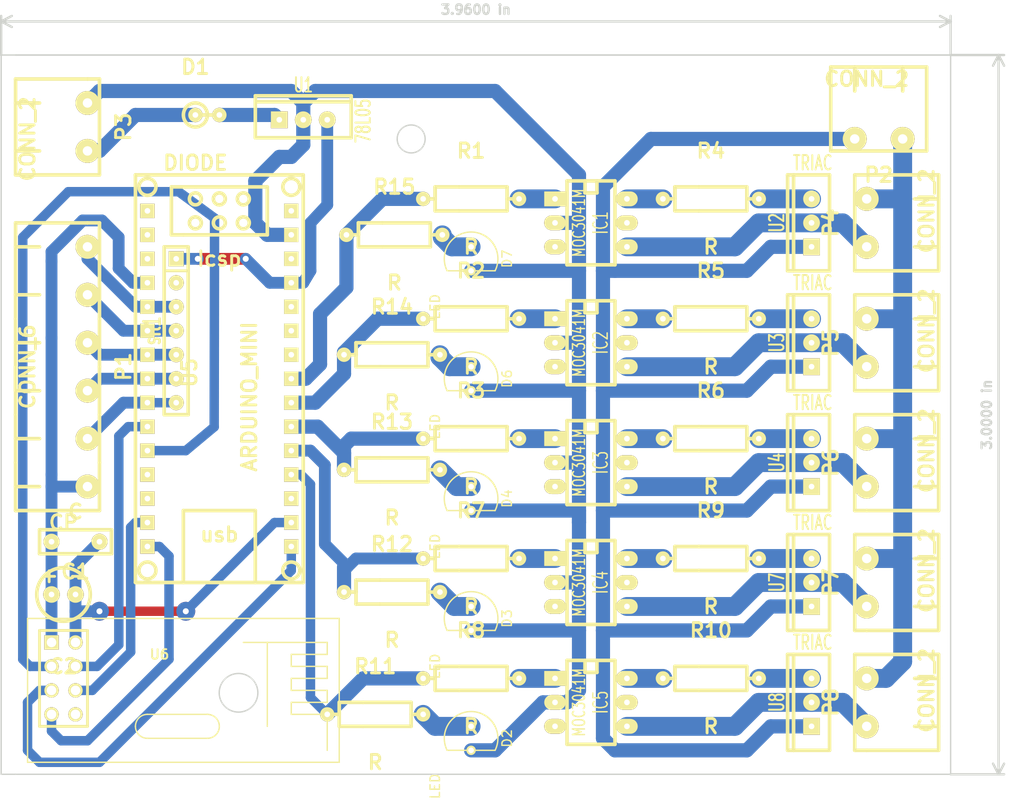
<source format=kicad_pcb>
(kicad_pcb (version 3) (host pcbnew "(2013-jul-07)-stable")

  (general
    (links 89)
    (no_connects 1)
    (area 6.274999 1.227001 117.091382 86.323666)
    (thickness 1.6)
    (drawings 10)
    (tracks 248)
    (zones 0)
    (modules 45)
    (nets 48)
  )

  (page A4 portrait)
  (layers
    (15 F.Cu signal)
    (0 B.Cu signal)
    (16 B.Adhes user)
    (17 F.Adhes user)
    (18 B.Paste user)
    (19 F.Paste user)
    (20 B.SilkS user)
    (21 F.SilkS user)
    (22 B.Mask user)
    (23 F.Mask user)
    (24 Dwgs.User user)
    (25 Cmts.User user)
    (26 Eco1.User user)
    (27 Eco2.User user)
    (28 Edge.Cuts user)
  )

  (setup
    (last_trace_width 0.254)
    (user_trace_width 0.4)
    (user_trace_width 0.5)
    (user_trace_width 0.6)
    (user_trace_width 0.8)
    (user_trace_width 1)
    (user_trace_width 1.25)
    (user_trace_width 1.5)
    (user_trace_width 2)
    (user_trace_width 2.8)
    (user_trace_width 3)
    (trace_clearance 0.254)
    (zone_clearance 0.508)
    (zone_45_only no)
    (trace_min 0.254)
    (segment_width 0.2)
    (edge_width 0.15)
    (via_size 0.889)
    (via_drill 0.635)
    (via_min_size 0.889)
    (via_min_drill 0.508)
    (user_via 1 0)
    (user_via 1.5 0)
    (user_via 2 0)
    (user_via 2.5 0)
    (user_via 3 0)
    (uvia_size 0.508)
    (uvia_drill 0.127)
    (uvias_allowed no)
    (uvia_min_size 0.508)
    (uvia_min_drill 0.127)
    (pcb_text_width 0.3)
    (pcb_text_size 1 1)
    (mod_edge_width 0.15)
    (mod_text_size 1 1)
    (mod_text_width 0.15)
    (pad_size 1 1)
    (pad_drill 0.6)
    (pad_to_mask_clearance 0)
    (aux_axis_origin 0 0)
    (visible_elements FFFFFFBF)
    (pcbplotparams
      (layerselection 1)
      (usegerberextensions false)
      (excludeedgelayer false)
      (linewidth 0.150000)
      (plotframeref false)
      (viasonmask false)
      (mode 1)
      (useauxorigin false)
      (hpglpennumber 1)
      (hpglpenspeed 20)
      (hpglpendiameter 15)
      (hpglpenoverlay 2)
      (psnegative false)
      (psa4output false)
      (plotreference false)
      (plotvalue false)
      (plotothertext false)
      (plotinvisibletext false)
      (padsonsilk false)
      (subtractmaskfromsilk false)
      (outputformat 2)
      (mirror false)
      (drillshape 1)
      (scaleselection 1)
      (outputdirectory ../../../Escritorio/pistas_domos/))
  )

  (net 0 "")
  (net 1 +3.3V)
  (net 2 +5V)
  (net 3 CE)
  (net 4 CSN)
  (net 5 E1)
  (net 6 E2)
  (net 7 E3)
  (net 8 E4)
  (net 9 E5)
  (net 10 GND)
  (net 11 L)
  (net 12 N)
  (net 13 N-0000011)
  (net 14 N-0000016)
  (net 15 N-0000017)
  (net 16 N-0000018)
  (net 17 N-0000019)
  (net 18 N-0000020)
  (net 19 N-0000021)
  (net 20 N-0000022)
  (net 21 N-0000023)
  (net 22 N-0000024)
  (net 23 N-0000037)
  (net 24 N-0000038)
  (net 25 N-0000039)
  (net 26 N-0000043)
  (net 27 N-0000049)
  (net 28 N-0000050)
  (net 29 N-0000051)
  (net 30 N-0000052)
  (net 31 N-0000053)
  (net 32 N-0000054)
  (net 33 N-0000055)
  (net 34 N-0000056)
  (net 35 N-0000057)
  (net 36 N-0000058)
  (net 37 N-0000059)
  (net 38 N-0000060)
  (net 39 S1)
  (net 40 S2)
  (net 41 S3)
  (net 42 S4)
  (net 43 S5)
  (net 44 VCC)
  (net 45 miso)
  (net 46 mosi)
  (net 47 sck)

  (net_class Default "This is the default net class."
    (clearance 0.254)
    (trace_width 0.254)
    (via_dia 0.889)
    (via_drill 0.635)
    (uvia_dia 0.508)
    (uvia_drill 0.127)
    (add_net "")
    (add_net +3.3V)
    (add_net +5V)
    (add_net CE)
    (add_net CSN)
    (add_net E1)
    (add_net E2)
    (add_net E3)
    (add_net E4)
    (add_net E5)
    (add_net GND)
    (add_net L)
    (add_net N)
    (add_net N-0000011)
    (add_net N-0000016)
    (add_net N-0000017)
    (add_net N-0000018)
    (add_net N-0000019)
    (add_net N-0000020)
    (add_net N-0000021)
    (add_net N-0000022)
    (add_net N-0000023)
    (add_net N-0000024)
    (add_net N-0000037)
    (add_net N-0000038)
    (add_net N-0000039)
    (add_net N-0000043)
    (add_net N-0000049)
    (add_net N-0000050)
    (add_net N-0000051)
    (add_net N-0000052)
    (add_net N-0000053)
    (add_net N-0000054)
    (add_net N-0000055)
    (add_net N-0000056)
    (add_net N-0000057)
    (add_net N-0000058)
    (add_net N-0000059)
    (add_net N-0000060)
    (add_net S1)
    (add_net S2)
    (add_net S3)
    (add_net S4)
    (add_net S5)
    (add_net VCC)
    (add_net miso)
    (add_net mosi)
    (add_net sck)
  )

  (net_class triacs ""
    (clearance 0.254)
    (trace_width 1.5)
    (via_dia 0.889)
    (via_drill 0.635)
    (uvia_dia 0.508)
    (uvia_drill 0.127)
  )

  (module footprint_arduino (layer F.Cu) (tedit 53C7E669) (tstamp 586EED3E)
    (at 29.464 41.148 90)
    (path /586C3DFD)
    (fp_text reference U5 (at 0.635 -3.175 90) (layer F.SilkS)
      (effects (font (size 1.524 1.524) (thickness 0.3048)))
    )
    (fp_text value ARDUINO_MINI (at -1.905 3.175 90) (layer F.SilkS)
      (effects (font (size 1.524 1.524) (thickness 0.3048)))
    )
    (fp_text user Icsp (at 12.7 0 180) (layer F.SilkS)
      (effects (font (size 1.524 1.524) (thickness 0.3048)))
    )
    (fp_text user usb (at -16.51 0 180) (layer F.SilkS)
      (effects (font (size 1.524 1.524) (thickness 0.3048)))
    )
    (fp_circle (center 16.51 2.54) (end 17.145 2.54) (layer F.SilkS) (width 0.381))
    (fp_circle (center 16.51 -2.54) (end 17.145 -2.54) (layer F.SilkS) (width 0.381))
    (fp_circle (center 16.51 0) (end 17.145 0) (layer F.SilkS) (width 0.381))
    (fp_circle (center 19.05 2.54) (end 19.05 3.175) (layer F.SilkS) (width 0.381))
    (fp_circle (center 19.05 -2.54) (end 19.05 -1.905) (layer F.SilkS) (width 0.381))
    (fp_circle (center 19.05 0) (end 19.685 0) (layer F.SilkS) (width 0.381))
    (fp_circle (center 20.32 7.62) (end 20.955 8.255) (layer F.SilkS) (width 0.381))
    (fp_circle (center 20.32 -7.62) (end 20.955 -6.985) (layer F.SilkS) (width 0.381))
    (fp_circle (center -20.32 7.62) (end -19.685 8.255) (layer F.SilkS) (width 0.381))
    (fp_circle (center -20.32 -7.62) (end -19.685 -6.985) (layer F.SilkS) (width 0.381))
    (fp_line (start 15.24 -3.81) (end 15.24 5.08) (layer F.SilkS) (width 0.381))
    (fp_line (start 15.24 5.08) (end 20.32 5.08) (layer F.SilkS) (width 0.381))
    (fp_line (start 20.32 5.08) (end 20.32 -5.08) (layer F.SilkS) (width 0.381))
    (fp_line (start 20.32 -5.08) (end 15.24 -5.08) (layer F.SilkS) (width 0.381))
    (fp_line (start 15.24 -5.08) (end 15.24 -3.81) (layer F.SilkS) (width 0.381))
    (fp_line (start -13.97 -3.81) (end -21.59 -3.81) (layer F.SilkS) (width 0.381))
    (fp_line (start -13.97 -3.81) (end -13.97 3.81) (layer F.SilkS) (width 0.381))
    (fp_line (start -21.59 3.81) (end -13.97 3.81) (layer F.SilkS) (width 0.381))
    (fp_line (start -21.59 -8.89) (end 21.59 -8.89) (layer F.SilkS) (width 0.381))
    (fp_line (start 21.59 -8.89) (end 21.59 8.89) (layer F.SilkS) (width 0.381))
    (fp_line (start 21.59 8.89) (end -21.59 8.89) (layer F.SilkS) (width 0.381))
    (fp_line (start -21.59 8.89) (end -21.59 -8.89) (layer F.SilkS) (width 0.381))
    (pad 1 thru_hole rect (at -17.78 7.62 90) (size 1.524 1.524) (drill 0.59944)
      (layers *.Cu *.Mask F.SilkS)
      (net 47 sck)
    )
    (pad 2 thru_hole rect (at -15.24 7.62 90) (size 1.524 1.524) (drill 0.59944)
      (layers *.Cu *.Mask F.SilkS)
      (net 1 +3.3V)
    )
    (pad 3 thru_hole rect (at -12.7 7.62 90) (size 1.524 1.524) (drill 0.59944)
      (layers *.Cu *.Mask F.SilkS)
    )
    (pad 4 thru_hole rect (at -10.16 7.62 90) (size 1.524 1.524) (drill 0.59944)
      (layers *.Cu *.Mask F.SilkS)
      (net 43 S5)
    )
    (pad 5 thru_hole rect (at -7.62 7.62 90) (size 1.524 1.524) (drill 0.59944)
      (layers *.Cu *.Mask F.SilkS)
      (net 42 S4)
    )
    (pad 6 thru_hole rect (at -5.08 7.62 90) (size 1.524 1.524) (drill 0.59944)
      (layers *.Cu *.Mask F.SilkS)
      (net 41 S3)
    )
    (pad 7 thru_hole rect (at -2.54 7.62 90) (size 1.524 1.524) (drill 0.59944)
      (layers *.Cu *.Mask F.SilkS)
      (net 40 S2)
    )
    (pad 8 thru_hole rect (at 0 7.62 90) (size 1.524 1.524) (drill 0.59944)
      (layers *.Cu *.Mask F.SilkS)
      (net 39 S1)
    )
    (pad 9 thru_hole rect (at 2.54 7.62 90) (size 1.524 1.524) (drill 0.59944)
      (layers *.Cu *.Mask F.SilkS)
    )
    (pad 10 thru_hole rect (at 5.08 7.62 90) (size 1.524 1.524) (drill 0.59944)
      (layers *.Cu *.Mask F.SilkS)
    )
    (pad 11 thru_hole rect (at 7.62 7.62 90) (size 1.524 1.524) (drill 0.59944)
      (layers *.Cu *.Mask F.SilkS)
    )
    (pad 12 thru_hole rect (at 10.16 7.62 90) (size 1.524 1.524) (drill 0.59944)
      (layers *.Cu *.Mask F.SilkS)
      (net 2 +5V)
    )
    (pad 13 thru_hole rect (at 12.7 7.62 90) (size 1.524 1.524) (drill 0.59944)
      (layers *.Cu *.Mask F.SilkS)
    )
    (pad 14 thru_hole rect (at 15.24 7.62 90) (size 1.524 1.524) (drill 0.59944)
      (layers *.Cu *.Mask F.SilkS)
      (net 10 GND)
    )
    (pad 15 thru_hole rect (at 17.78 7.62 90) (size 1.524 1.524) (drill 0.59944)
      (layers *.Cu *.Mask F.SilkS)
    )
    (pad 16 thru_hole rect (at 17.78 -7.62 90) (size 1.524 1.524) (drill 0.59944)
      (layers *.Cu *.Mask F.SilkS)
    )
    (pad 17 thru_hole rect (at 15.24 -7.62 90) (size 1.524 1.524) (drill 0.59944)
      (layers *.Cu *.Mask F.SilkS)
    )
    (pad 18 thru_hole rect (at 12.7 -7.62 90) (size 1.524 1.524) (drill 0.59944)
      (layers *.Cu *.Mask F.SilkS)
    )
    (pad 19 thru_hole rect (at 10.16 -7.62 90) (size 1.524 1.524) (drill 0.59944)
      (layers *.Cu *.Mask F.SilkS)
      (net 10 GND)
    )
    (pad 20 thru_hole rect (at 7.62 -7.62 90) (size 1.524 1.524) (drill 0.59944)
      (layers *.Cu *.Mask F.SilkS)
      (net 5 E1)
    )
    (pad 21 thru_hole rect (at 5.08 -7.62 90) (size 1.524 1.524) (drill 0.59944)
      (layers *.Cu *.Mask F.SilkS)
      (net 6 E2)
    )
    (pad 22 thru_hole rect (at 2.54 -7.62 90) (size 1.524 1.524) (drill 0.59944)
      (layers *.Cu *.Mask F.SilkS)
      (net 7 E3)
    )
    (pad 23 thru_hole rect (at 0 -7.62 90) (size 1.524 1.524) (drill 0.59944)
      (layers *.Cu *.Mask F.SilkS)
      (net 8 E4)
    )
    (pad 24 thru_hole rect (at -2.54 -7.62 90) (size 1.524 1.524) (drill 0.59944)
      (layers *.Cu *.Mask F.SilkS)
      (net 9 E5)
    )
    (pad 25 thru_hole rect (at -5.08 -7.62 90) (size 1.524 1.524) (drill 0.59944)
      (layers *.Cu *.Mask F.SilkS)
      (net 4 CSN)
    )
    (pad 26 thru_hole rect (at -7.62 -7.62 90) (size 1.524 1.524) (drill 0.59944)
      (layers *.Cu *.Mask F.SilkS)
      (net 3 CE)
    )
    (pad 27 thru_hole rect (at -10.16 -7.62 90) (size 1.524 1.524) (drill 0.59944)
      (layers *.Cu *.Mask F.SilkS)
    )
    (pad 28 thru_hole rect (at -12.7 -7.62 90) (size 1.524 1.524) (drill 0.59944)
      (layers *.Cu *.Mask F.SilkS)
    )
    (pad 29 thru_hole rect (at -15.24 -7.62 90) (size 1.524 1.524) (drill 0.59944)
      (layers *.Cu *.Mask F.SilkS)
      (net 46 mosi)
    )
    (pad 30 thru_hole rect (at -17.78 -7.62 90) (size 1.524 1.524) (drill 0.59944)
      (layers *.Cu *.Mask F.SilkS)
      (net 45 miso)
    )
  )

  (module footprint_nrf24l01 (layer F.Cu) (tedit 586C6B2F) (tstamp 586EED8F)
    (at 12.954 72.898 270)
    (descr "Double rangee de contacts 2 x 4 pins")
    (tags CONN)
    (path /586C6C85)
    (fp_text reference U6 (at -2.54 -10.16 360) (layer F.SilkS)
      (effects (font (size 1.016 1.016) (thickness 0.2032)))
    )
    (fp_text value NRF24L01+ (at -2.54 -5.08 270) (layer F.SilkS) hide
      (effects (font (size 1.016 1.016) (thickness 0.2032)))
    )
    (fp_arc (start 5.08 -15.24) (end 5.08 -16.51) (angle 90) (layer F.SilkS) (width 0.15))
    (fp_arc (start 5.08 -15.24) (end 3.81 -15.24) (angle 90) (layer F.SilkS) (width 0.15))
    (fp_arc (start 5.08 -8.89) (end 5.08 -7.62) (angle 90) (layer F.SilkS) (width 0.15))
    (fp_arc (start 5.08 -8.89) (end 6.35 -8.89) (angle 90) (layer F.SilkS) (width 0.15))
    (fp_line (start 6.35 -15.24) (end 6.35 -8.89) (layer F.SilkS) (width 0.15))
    (fp_line (start 3.81 -8.89) (end 3.81 -15.24) (layer F.SilkS) (width 0.15))
    (fp_line (start 2.54 -27.94) (end 2.54 -24.13) (layer F.SilkS) (width 0.15))
    (fp_line (start 2.54 -24.13) (end 3.81 -24.13) (layer F.SilkS) (width 0.15))
    (fp_line (start 3.81 -24.13) (end 3.81 -27.94) (layer F.SilkS) (width 0.15))
    (fp_line (start 3.81 -27.94) (end 7.62 -27.94) (layer F.SilkS) (width 0.15))
    (fp_line (start 2.54 -21.59) (end 5.08 -21.59) (layer F.SilkS) (width 0.15))
    (fp_line (start -3.81 -21.59) (end 2.54 -21.59) (layer F.SilkS) (width 0.15))
    (fp_line (start -3.81 -19.05) (end -3.81 -21.59) (layer F.SilkS) (width 0.15))
    (fp_line (start -3.81 -21.59) (end -3.81 -27.94) (layer F.SilkS) (width 0.15))
    (fp_line (start -3.81 -27.94) (end -2.54 -27.94) (layer F.SilkS) (width 0.15))
    (fp_line (start -2.54 -27.94) (end -2.54 -24.13) (layer F.SilkS) (width 0.15))
    (fp_line (start -2.54 -24.13) (end -1.27 -24.13) (layer F.SilkS) (width 0.15))
    (fp_line (start -1.27 -24.13) (end -1.27 -27.94) (layer F.SilkS) (width 0.15))
    (fp_line (start -1.27 -27.94) (end 0 -27.94) (layer F.SilkS) (width 0.15))
    (fp_line (start 0 -27.94) (end 0 -24.13) (layer F.SilkS) (width 0.15))
    (fp_line (start 0 -24.13) (end 1.27 -24.13) (layer F.SilkS) (width 0.15))
    (fp_line (start 1.27 -24.13) (end 1.27 -27.94) (layer F.SilkS) (width 0.15))
    (fp_line (start 1.27 -27.94) (end 2.54 -27.94) (layer F.SilkS) (width 0.15))
    (fp_line (start 8.89 3.81) (end 8.89 -29.21) (layer F.SilkS) (width 0.15))
    (fp_line (start 8.89 -29.21) (end -6.35 -29.21) (layer F.SilkS) (width 0.15))
    (fp_line (start -6.35 3.81) (end 8.89 3.81) (layer F.SilkS) (width 0.15))
    (fp_line (start -6.35 3.81) (end -6.35 -29.21) (layer F.SilkS) (width 0.15))
    (fp_line (start -5.08 -2.54) (end 5.08 -2.54) (layer F.SilkS) (width 0.3048))
    (fp_line (start 5.08 -2.54) (end 5.08 2.54) (layer F.SilkS) (width 0.3048))
    (fp_line (start 5.08 2.54) (end -5.08 2.54) (layer F.SilkS) (width 0.3048))
    (fp_line (start -5.08 2.54) (end -5.08 -2.54) (layer F.SilkS) (width 0.3048))
    (pad 1 thru_hole rect (at -3.81 1.27 270) (size 1.524 1.524) (drill 1.016)
      (layers *.Cu *.Mask F.SilkS)
      (net 10 GND)
    )
    (pad 2 thru_hole circle (at -3.81 -1.27 270) (size 1.524 1.524) (drill 1.016)
      (layers *.Cu *.Mask F.SilkS)
      (net 1 +3.3V)
    )
    (pad 3 thru_hole circle (at -1.27 1.27 270) (size 1.524 1.524) (drill 1.016)
      (layers *.Cu *.Mask F.SilkS)
      (net 3 CE)
    )
    (pad 4 thru_hole circle (at -1.27 -1.27 270) (size 1.524 1.524) (drill 1.016)
      (layers *.Cu *.Mask F.SilkS)
      (net 4 CSN)
    )
    (pad 5 thru_hole circle (at 1.27 1.27 270) (size 1.524 1.524) (drill 1.016)
      (layers *.Cu *.Mask F.SilkS)
      (net 47 sck)
    )
    (pad 6 thru_hole circle (at 1.27 -1.27 270) (size 1.524 1.524) (drill 1.016)
      (layers *.Cu *.Mask F.SilkS)
      (net 46 mosi)
    )
    (pad 7 thru_hole circle (at 3.81 1.27 270) (size 1.524 1.524) (drill 1.016)
      (layers *.Cu *.Mask F.SilkS)
      (net 45 miso)
    )
    (pad 8 thru_hole circle (at 3.81 -1.27 270) (size 1.524 1.524) (drill 1.016)
      (layers *.Cu *.Mask F.SilkS)
    )
    (model pin_array/pins_array_4x2.wrl
      (at (xyz 0 0 0))
      (scale (xyz 1 1 1))
      (rotate (xyz 0 0 0))
    )
  )

  (module footprint_dip_6 (layer F.Cu) (tedit 53DA8497) (tstamp 586EEF2D)
    (at 68.834 24.638 270)
    (descr "6 pins DIL package, elliptical pads")
    (tags DIL)
    (path /586C8801)
    (fp_text reference IC1 (at 0 -1.016 270) (layer F.SilkS)
      (effects (font (size 1.524 1.016) (thickness 0.1524)))
    )
    (fp_text value MOC3041M (at 0 1.27 270) (layer F.SilkS)
      (effects (font (size 1.27 0.889) (thickness 0.1524)))
    )
    (fp_line (start -4.445 -2.54) (end 4.445 -2.54) (layer F.SilkS) (width 0.381))
    (fp_line (start 4.445 -2.54) (end 4.445 2.54) (layer F.SilkS) (width 0.381))
    (fp_line (start 4.445 2.54) (end -4.445 2.54) (layer F.SilkS) (width 0.381))
    (fp_line (start -4.445 2.54) (end -4.445 -2.54) (layer F.SilkS) (width 0.381))
    (fp_line (start -4.445 -0.635) (end -3.175 -0.635) (layer F.SilkS) (width 0.381))
    (fp_line (start -3.175 -0.635) (end -3.175 0.635) (layer F.SilkS) (width 0.381))
    (fp_line (start -3.175 0.635) (end -4.445 0.635) (layer F.SilkS) (width 0.381))
    (pad 1 thru_hole rect (at -2.54 3.81 270) (size 1.5748 2.286) (drill 0.59944)
      (layers *.Cu *.Mask F.SilkS)
      (net 35 N-0000057)
    )
    (pad 5 thru_hole oval (at 0 -3.81 270) (size 1.5748 2.286) (drill 0.59944)
      (layers *.Cu *.Mask F.SilkS)
    )
    (pad 6 thru_hole oval (at -2.54 -3.81 270) (size 1.5748 2.286) (drill 0.59944)
      (layers *.Cu *.Mask F.SilkS)
      (net 34 N-0000056)
    )
    (pad 2 thru_hole oval (at 0 3.81 270) (size 1.5748 2.286) (drill 0.59944)
      (layers *.Cu *.Mask F.SilkS)
      (net 10 GND)
    )
    (pad 3 thru_hole oval (at 2.54 3.81 270) (size 1.5748 2.286) (drill 0.59944)
      (layers *.Cu *.Mask F.SilkS)
    )
    (pad 4 thru_hole oval (at 2.54 -3.81 270) (size 1.5748 2.286) (drill 0.59944)
      (layers *.Cu *.Mask F.SilkS)
      (net 37 N-0000059)
    )
    (model dil/dil_6.wrl
      (at (xyz 0 0 0))
      (scale (xyz 1 1 1))
      (rotate (xyz 0 0 0))
    )
  )

  (module footprint_dip_6 (layer F.Cu) (tedit 53DA8497) (tstamp 586EEFC0)
    (at 68.834 75.438 270)
    (descr "6 pins DIL package, elliptical pads")
    (tags DIL)
    (path /586DB2E5)
    (fp_text reference IC5 (at 0 -1.016 270) (layer F.SilkS)
      (effects (font (size 1.524 1.016) (thickness 0.1524)))
    )
    (fp_text value MOC3041M (at 0 1.27 270) (layer F.SilkS)
      (effects (font (size 1.27 0.889) (thickness 0.1524)))
    )
    (fp_line (start -4.445 -2.54) (end 4.445 -2.54) (layer F.SilkS) (width 0.381))
    (fp_line (start 4.445 -2.54) (end 4.445 2.54) (layer F.SilkS) (width 0.381))
    (fp_line (start 4.445 2.54) (end -4.445 2.54) (layer F.SilkS) (width 0.381))
    (fp_line (start -4.445 2.54) (end -4.445 -2.54) (layer F.SilkS) (width 0.381))
    (fp_line (start -4.445 -0.635) (end -3.175 -0.635) (layer F.SilkS) (width 0.381))
    (fp_line (start -3.175 -0.635) (end -3.175 0.635) (layer F.SilkS) (width 0.381))
    (fp_line (start -3.175 0.635) (end -4.445 0.635) (layer F.SilkS) (width 0.381))
    (pad 1 thru_hole rect (at -2.54 3.81 270) (size 1.5748 2.286) (drill 0.59944)
      (layers *.Cu *.Mask F.SilkS)
      (net 18 N-0000020)
    )
    (pad 5 thru_hole oval (at 0 -3.81 270) (size 1.5748 2.286) (drill 0.59944)
      (layers *.Cu *.Mask F.SilkS)
    )
    (pad 6 thru_hole oval (at -2.54 -3.81 270) (size 1.5748 2.286) (drill 0.59944)
      (layers *.Cu *.Mask F.SilkS)
      (net 20 N-0000022)
    )
    (pad 2 thru_hole oval (at 0 3.81 270) (size 1.5748 2.286) (drill 0.59944)
      (layers *.Cu *.Mask F.SilkS)
      (net 10 GND)
    )
    (pad 3 thru_hole oval (at 2.54 3.81 270) (size 1.5748 2.286) (drill 0.59944)
      (layers *.Cu *.Mask F.SilkS)
    )
    (pad 4 thru_hole oval (at 2.54 -3.81 270) (size 1.5748 2.286) (drill 0.59944)
      (layers *.Cu *.Mask F.SilkS)
      (net 22 N-0000024)
    )
    (model dil/dil_6.wrl
      (at (xyz 0 0 0))
      (scale (xyz 1 1 1))
      (rotate (xyz 0 0 0))
    )
  )

  (module footprint_dip_6 (layer F.Cu) (tedit 53DA8497) (tstamp 586EEFD1)
    (at 68.834 62.738 270)
    (descr "6 pins DIL package, elliptical pads")
    (tags DIL)
    (path /586DB2B3)
    (fp_text reference IC4 (at 0 -1.016 270) (layer F.SilkS)
      (effects (font (size 1.524 1.016) (thickness 0.1524)))
    )
    (fp_text value MOC3041M (at 0 1.27 270) (layer F.SilkS)
      (effects (font (size 1.27 0.889) (thickness 0.1524)))
    )
    (fp_line (start -4.445 -2.54) (end 4.445 -2.54) (layer F.SilkS) (width 0.381))
    (fp_line (start 4.445 -2.54) (end 4.445 2.54) (layer F.SilkS) (width 0.381))
    (fp_line (start 4.445 2.54) (end -4.445 2.54) (layer F.SilkS) (width 0.381))
    (fp_line (start -4.445 2.54) (end -4.445 -2.54) (layer F.SilkS) (width 0.381))
    (fp_line (start -4.445 -0.635) (end -3.175 -0.635) (layer F.SilkS) (width 0.381))
    (fp_line (start -3.175 -0.635) (end -3.175 0.635) (layer F.SilkS) (width 0.381))
    (fp_line (start -3.175 0.635) (end -4.445 0.635) (layer F.SilkS) (width 0.381))
    (pad 1 thru_hole rect (at -2.54 3.81 270) (size 1.5748 2.286) (drill 0.59944)
      (layers *.Cu *.Mask F.SilkS)
      (net 16 N-0000018)
    )
    (pad 5 thru_hole oval (at 0 -3.81 270) (size 1.5748 2.286) (drill 0.59944)
      (layers *.Cu *.Mask F.SilkS)
    )
    (pad 6 thru_hole oval (at -2.54 -3.81 270) (size 1.5748 2.286) (drill 0.59944)
      (layers *.Cu *.Mask F.SilkS)
      (net 15 N-0000017)
    )
    (pad 2 thru_hole oval (at 0 3.81 270) (size 1.5748 2.286) (drill 0.59944)
      (layers *.Cu *.Mask F.SilkS)
      (net 10 GND)
    )
    (pad 3 thru_hole oval (at 2.54 3.81 270) (size 1.5748 2.286) (drill 0.59944)
      (layers *.Cu *.Mask F.SilkS)
    )
    (pad 4 thru_hole oval (at 2.54 -3.81 270) (size 1.5748 2.286) (drill 0.59944)
      (layers *.Cu *.Mask F.SilkS)
      (net 17 N-0000019)
    )
    (model dil/dil_6.wrl
      (at (xyz 0 0 0))
      (scale (xyz 1 1 1))
      (rotate (xyz 0 0 0))
    )
  )

  (module footprint_dip_6 (layer F.Cu) (tedit 53DA8497) (tstamp 586EEFE2)
    (at 68.834 37.338 270)
    (descr "6 pins DIL package, elliptical pads")
    (tags DIL)
    (path /586DB24F)
    (fp_text reference IC2 (at 0 -1.016 270) (layer F.SilkS)
      (effects (font (size 1.524 1.016) (thickness 0.1524)))
    )
    (fp_text value MOC3041M (at 0 1.27 270) (layer F.SilkS)
      (effects (font (size 1.27 0.889) (thickness 0.1524)))
    )
    (fp_line (start -4.445 -2.54) (end 4.445 -2.54) (layer F.SilkS) (width 0.381))
    (fp_line (start 4.445 -2.54) (end 4.445 2.54) (layer F.SilkS) (width 0.381))
    (fp_line (start 4.445 2.54) (end -4.445 2.54) (layer F.SilkS) (width 0.381))
    (fp_line (start -4.445 2.54) (end -4.445 -2.54) (layer F.SilkS) (width 0.381))
    (fp_line (start -4.445 -0.635) (end -3.175 -0.635) (layer F.SilkS) (width 0.381))
    (fp_line (start -3.175 -0.635) (end -3.175 0.635) (layer F.SilkS) (width 0.381))
    (fp_line (start -3.175 0.635) (end -4.445 0.635) (layer F.SilkS) (width 0.381))
    (pad 1 thru_hole rect (at -2.54 3.81 270) (size 1.5748 2.286) (drill 0.59944)
      (layers *.Cu *.Mask F.SilkS)
      (net 31 N-0000053)
    )
    (pad 5 thru_hole oval (at 0 -3.81 270) (size 1.5748 2.286) (drill 0.59944)
      (layers *.Cu *.Mask F.SilkS)
    )
    (pad 6 thru_hole oval (at -2.54 -3.81 270) (size 1.5748 2.286) (drill 0.59944)
      (layers *.Cu *.Mask F.SilkS)
      (net 30 N-0000052)
    )
    (pad 2 thru_hole oval (at 0 3.81 270) (size 1.5748 2.286) (drill 0.59944)
      (layers *.Cu *.Mask F.SilkS)
      (net 10 GND)
    )
    (pad 3 thru_hole oval (at 2.54 3.81 270) (size 1.5748 2.286) (drill 0.59944)
      (layers *.Cu *.Mask F.SilkS)
    )
    (pad 4 thru_hole oval (at 2.54 -3.81 270) (size 1.5748 2.286) (drill 0.59944)
      (layers *.Cu *.Mask F.SilkS)
      (net 38 N-0000060)
    )
    (model dil/dil_6.wrl
      (at (xyz 0 0 0))
      (scale (xyz 1 1 1))
      (rotate (xyz 0 0 0))
    )
  )

  (module footprint_dip_6 (layer F.Cu) (tedit 53DA8497) (tstamp 586EEFF3)
    (at 68.834 50.038 270)
    (descr "6 pins DIL package, elliptical pads")
    (tags DIL)
    (path /586DB281)
    (fp_text reference IC3 (at 0 -1.016 270) (layer F.SilkS)
      (effects (font (size 1.524 1.016) (thickness 0.1524)))
    )
    (fp_text value MOC3041M (at 0 1.27 270) (layer F.SilkS)
      (effects (font (size 1.27 0.889) (thickness 0.1524)))
    )
    (fp_line (start -4.445 -2.54) (end 4.445 -2.54) (layer F.SilkS) (width 0.381))
    (fp_line (start 4.445 -2.54) (end 4.445 2.54) (layer F.SilkS) (width 0.381))
    (fp_line (start 4.445 2.54) (end -4.445 2.54) (layer F.SilkS) (width 0.381))
    (fp_line (start -4.445 2.54) (end -4.445 -2.54) (layer F.SilkS) (width 0.381))
    (fp_line (start -4.445 -0.635) (end -3.175 -0.635) (layer F.SilkS) (width 0.381))
    (fp_line (start -3.175 -0.635) (end -3.175 0.635) (layer F.SilkS) (width 0.381))
    (fp_line (start -3.175 0.635) (end -4.445 0.635) (layer F.SilkS) (width 0.381))
    (pad 1 thru_hole rect (at -2.54 3.81 270) (size 1.5748 2.286) (drill 0.59944)
      (layers *.Cu *.Mask F.SilkS)
      (net 28 N-0000050)
    )
    (pad 5 thru_hole oval (at 0 -3.81 270) (size 1.5748 2.286) (drill 0.59944)
      (layers *.Cu *.Mask F.SilkS)
    )
    (pad 6 thru_hole oval (at -2.54 -3.81 270) (size 1.5748 2.286) (drill 0.59944)
      (layers *.Cu *.Mask F.SilkS)
      (net 27 N-0000049)
    )
    (pad 2 thru_hole oval (at 0 3.81 270) (size 1.5748 2.286) (drill 0.59944)
      (layers *.Cu *.Mask F.SilkS)
      (net 10 GND)
    )
    (pad 3 thru_hole oval (at 2.54 3.81 270) (size 1.5748 2.286) (drill 0.59944)
      (layers *.Cu *.Mask F.SilkS)
    )
    (pad 4 thru_hole oval (at 2.54 -3.81 270) (size 1.5748 2.286) (drill 0.59944)
      (layers *.Cu *.Mask F.SilkS)
      (net 33 N-0000055)
    )
    (model dil/dil_6.wrl
      (at (xyz 0 0 0))
      (scale (xyz 1 1 1))
      (rotate (xyz 0 0 0))
    )
  )

  (module footprint_conector_2 (layer F.Cu) (tedit 53C82290) (tstamp 586EF30D)
    (at 98.044 37.338 90)
    (path /586DB276)
    (fp_text reference P5 (at 0 -3.81 90) (layer F.SilkS)
      (effects (font (size 1.524 1.524) (thickness 0.3048)))
    )
    (fp_text value CONN_2 (at 1.27 6.35 90) (layer F.SilkS)
      (effects (font (size 1.524 1.524) (thickness 0.3048)))
    )
    (fp_line (start 2.54 7.62) (end 2.54 5.08) (layer F.SilkS) (width 0.381))
    (fp_line (start -2.54 7.62) (end -2.54 5.08) (layer F.SilkS) (width 0.381))
    (fp_line (start -5.08 0) (end -5.08 -1.27) (layer F.SilkS) (width 0.381))
    (fp_line (start -5.08 -1.27) (end 5.08 -1.27) (layer F.SilkS) (width 0.381))
    (fp_line (start 5.08 -1.27) (end 5.08 7.62) (layer F.SilkS) (width 0.381))
    (fp_line (start 5.08 7.62) (end -5.08 7.62) (layer F.SilkS) (width 0.381))
    (fp_line (start -5.08 7.62) (end -5.08 0) (layer F.SilkS) (width 0.381))
    (pad 1 thru_hole circle (at -2.54 0 90) (size 2.54 2.54) (drill 1.00076)
      (layers *.Cu *.Mask F.SilkS)
      (net 38 N-0000060)
    )
    (pad 2 thru_hole circle (at 2.54 0 90) (size 2.54 2.54) (drill 1.00076)
      (layers *.Cu *.Mask F.SilkS)
      (net 12 N)
    )
  )

  (module footprint_conector_2 (layer F.Cu) (tedit 53C82290) (tstamp 586EF31A)
    (at 98.044 75.438 90)
    (path /586DB30C)
    (fp_text reference P8 (at 0 -3.81 90) (layer F.SilkS)
      (effects (font (size 1.524 1.524) (thickness 0.3048)))
    )
    (fp_text value CONN_2 (at 1.27 6.35 90) (layer F.SilkS)
      (effects (font (size 1.524 1.524) (thickness 0.3048)))
    )
    (fp_line (start 2.54 7.62) (end 2.54 5.08) (layer F.SilkS) (width 0.381))
    (fp_line (start -2.54 7.62) (end -2.54 5.08) (layer F.SilkS) (width 0.381))
    (fp_line (start -5.08 0) (end -5.08 -1.27) (layer F.SilkS) (width 0.381))
    (fp_line (start -5.08 -1.27) (end 5.08 -1.27) (layer F.SilkS) (width 0.381))
    (fp_line (start 5.08 -1.27) (end 5.08 7.62) (layer F.SilkS) (width 0.381))
    (fp_line (start 5.08 7.62) (end -5.08 7.62) (layer F.SilkS) (width 0.381))
    (fp_line (start -5.08 7.62) (end -5.08 0) (layer F.SilkS) (width 0.381))
    (pad 1 thru_hole circle (at -2.54 0 90) (size 2.54 2.54) (drill 1.00076)
      (layers *.Cu *.Mask F.SilkS)
      (net 22 N-0000024)
    )
    (pad 2 thru_hole circle (at 2.54 0 90) (size 2.54 2.54) (drill 1.00076)
      (layers *.Cu *.Mask F.SilkS)
      (net 12 N)
    )
  )

  (module footprint_conector_2 (layer F.Cu) (tedit 53C82290) (tstamp 586EF327)
    (at 98.044 62.738 90)
    (path /586DB2DA)
    (fp_text reference P7 (at 0 -3.81 90) (layer F.SilkS)
      (effects (font (size 1.524 1.524) (thickness 0.3048)))
    )
    (fp_text value CONN_2 (at 1.27 6.35 90) (layer F.SilkS)
      (effects (font (size 1.524 1.524) (thickness 0.3048)))
    )
    (fp_line (start 2.54 7.62) (end 2.54 5.08) (layer F.SilkS) (width 0.381))
    (fp_line (start -2.54 7.62) (end -2.54 5.08) (layer F.SilkS) (width 0.381))
    (fp_line (start -5.08 0) (end -5.08 -1.27) (layer F.SilkS) (width 0.381))
    (fp_line (start -5.08 -1.27) (end 5.08 -1.27) (layer F.SilkS) (width 0.381))
    (fp_line (start 5.08 -1.27) (end 5.08 7.62) (layer F.SilkS) (width 0.381))
    (fp_line (start 5.08 7.62) (end -5.08 7.62) (layer F.SilkS) (width 0.381))
    (fp_line (start -5.08 7.62) (end -5.08 0) (layer F.SilkS) (width 0.381))
    (pad 1 thru_hole circle (at -2.54 0 90) (size 2.54 2.54) (drill 1.00076)
      (layers *.Cu *.Mask F.SilkS)
      (net 17 N-0000019)
    )
    (pad 2 thru_hole circle (at 2.54 0 90) (size 2.54 2.54) (drill 1.00076)
      (layers *.Cu *.Mask F.SilkS)
      (net 12 N)
    )
  )

  (module footprint_conector_2 (layer F.Cu) (tedit 53C82290) (tstamp 586EF334)
    (at 98.044 50.038 90)
    (path /586DB2A8)
    (fp_text reference P6 (at 0 -3.81 90) (layer F.SilkS)
      (effects (font (size 1.524 1.524) (thickness 0.3048)))
    )
    (fp_text value CONN_2 (at 1.27 6.35 90) (layer F.SilkS)
      (effects (font (size 1.524 1.524) (thickness 0.3048)))
    )
    (fp_line (start 2.54 7.62) (end 2.54 5.08) (layer F.SilkS) (width 0.381))
    (fp_line (start -2.54 7.62) (end -2.54 5.08) (layer F.SilkS) (width 0.381))
    (fp_line (start -5.08 0) (end -5.08 -1.27) (layer F.SilkS) (width 0.381))
    (fp_line (start -5.08 -1.27) (end 5.08 -1.27) (layer F.SilkS) (width 0.381))
    (fp_line (start 5.08 -1.27) (end 5.08 7.62) (layer F.SilkS) (width 0.381))
    (fp_line (start 5.08 7.62) (end -5.08 7.62) (layer F.SilkS) (width 0.381))
    (fp_line (start -5.08 7.62) (end -5.08 0) (layer F.SilkS) (width 0.381))
    (pad 1 thru_hole circle (at -2.54 0 90) (size 2.54 2.54) (drill 1.00076)
      (layers *.Cu *.Mask F.SilkS)
      (net 33 N-0000055)
    )
    (pad 2 thru_hole circle (at 2.54 0 90) (size 2.54 2.54) (drill 1.00076)
      (layers *.Cu *.Mask F.SilkS)
      (net 12 N)
    )
  )

  (module footprint_conector_2 (layer F.Cu) (tedit 53C82290) (tstamp 586EF341)
    (at 98.044 24.638 90)
    (path /586DB0A1)
    (fp_text reference P4 (at 0 -3.81 90) (layer F.SilkS)
      (effects (font (size 1.524 1.524) (thickness 0.3048)))
    )
    (fp_text value CONN_2 (at 1.27 6.35 90) (layer F.SilkS)
      (effects (font (size 1.524 1.524) (thickness 0.3048)))
    )
    (fp_line (start 2.54 7.62) (end 2.54 5.08) (layer F.SilkS) (width 0.381))
    (fp_line (start -2.54 7.62) (end -2.54 5.08) (layer F.SilkS) (width 0.381))
    (fp_line (start -5.08 0) (end -5.08 -1.27) (layer F.SilkS) (width 0.381))
    (fp_line (start -5.08 -1.27) (end 5.08 -1.27) (layer F.SilkS) (width 0.381))
    (fp_line (start 5.08 -1.27) (end 5.08 7.62) (layer F.SilkS) (width 0.381))
    (fp_line (start 5.08 7.62) (end -5.08 7.62) (layer F.SilkS) (width 0.381))
    (fp_line (start -5.08 7.62) (end -5.08 0) (layer F.SilkS) (width 0.381))
    (pad 1 thru_hole circle (at -2.54 0 90) (size 2.54 2.54) (drill 1.00076)
      (layers *.Cu *.Mask F.SilkS)
      (net 37 N-0000059)
    )
    (pad 2 thru_hole circle (at 2.54 0 90) (size 2.54 2.54) (drill 1.00076)
      (layers *.Cu *.Mask F.SilkS)
      (net 12 N)
    )
  )

  (module footprint_comp_hor_5 (layer F.Cu) (tedit 53C9AFE9) (tstamp 586EF350)
    (at 81.534 22.098)
    (path /586DAE64)
    (fp_text reference R4 (at 0 -5.08) (layer F.SilkS)
      (effects (font (size 1.524 1.524) (thickness 0.3048)))
    )
    (fp_text value R (at 0 5.08) (layer F.SilkS)
      (effects (font (size 1.524 1.524) (thickness 0.3048)))
    )
    (fp_line (start -1.27 1.27) (end -3.81 1.27) (layer F.SilkS) (width 0.381))
    (fp_line (start -1.27 -1.27) (end -3.81 -1.27) (layer F.SilkS) (width 0.381))
    (fp_line (start 5.08 0) (end 3.81 0) (layer F.SilkS) (width 0.381))
    (fp_line (start -3.81 -1.27) (end -3.81 1.27) (layer F.SilkS) (width 0.381))
    (fp_line (start -1.27 1.27) (end 3.81 1.27) (layer F.SilkS) (width 0.381))
    (fp_line (start 3.81 1.27) (end 3.81 -1.27) (layer F.SilkS) (width 0.381))
    (fp_line (start 3.81 -1.27) (end -1.27 -1.27) (layer F.SilkS) (width 0.381))
    (fp_line (start -3.81 -1.27) (end -3.81 0) (layer F.SilkS) (width 0.381))
    (fp_line (start -3.81 0) (end -5.08 0) (layer F.SilkS) (width 0.381))
    (pad 1 thru_hole circle (at -5.08 0) (size 1.524 1.524) (drill 0.59944)
      (layers *.Cu *.Mask F.SilkS)
      (net 34 N-0000056)
    )
    (pad 2 thru_hole circle (at 5.08 0) (size 1.524 1.524) (drill 0.59944)
      (layers *.Cu *.Mask F.SilkS)
      (net 36 N-0000058)
    )
  )

  (module footprint_comp_hor_5 (layer F.Cu) (tedit 53C9AFE9) (tstamp 586EF35F)
    (at 81.534 72.898)
    (path /586DB300)
    (fp_text reference R10 (at 0 -5.08) (layer F.SilkS)
      (effects (font (size 1.524 1.524) (thickness 0.3048)))
    )
    (fp_text value R (at 0 5.08) (layer F.SilkS)
      (effects (font (size 1.524 1.524) (thickness 0.3048)))
    )
    (fp_line (start -1.27 1.27) (end -3.81 1.27) (layer F.SilkS) (width 0.381))
    (fp_line (start -1.27 -1.27) (end -3.81 -1.27) (layer F.SilkS) (width 0.381))
    (fp_line (start 5.08 0) (end 3.81 0) (layer F.SilkS) (width 0.381))
    (fp_line (start -3.81 -1.27) (end -3.81 1.27) (layer F.SilkS) (width 0.381))
    (fp_line (start -1.27 1.27) (end 3.81 1.27) (layer F.SilkS) (width 0.381))
    (fp_line (start 3.81 1.27) (end 3.81 -1.27) (layer F.SilkS) (width 0.381))
    (fp_line (start 3.81 -1.27) (end -1.27 -1.27) (layer F.SilkS) (width 0.381))
    (fp_line (start -3.81 -1.27) (end -3.81 0) (layer F.SilkS) (width 0.381))
    (fp_line (start -3.81 0) (end -5.08 0) (layer F.SilkS) (width 0.381))
    (pad 1 thru_hole circle (at -5.08 0) (size 1.524 1.524) (drill 0.59944)
      (layers *.Cu *.Mask F.SilkS)
      (net 20 N-0000022)
    )
    (pad 2 thru_hole circle (at 5.08 0) (size 1.524 1.524) (drill 0.59944)
      (layers *.Cu *.Mask F.SilkS)
      (net 19 N-0000021)
    )
  )

  (module footprint_comp_hor_5 (layer F.Cu) (tedit 53C9AFE9) (tstamp 586EF36E)
    (at 56.134 72.898)
    (path /586DB2F1)
    (fp_text reference R8 (at 0 -5.08) (layer F.SilkS)
      (effects (font (size 1.524 1.524) (thickness 0.3048)))
    )
    (fp_text value R (at 0 5.08) (layer F.SilkS)
      (effects (font (size 1.524 1.524) (thickness 0.3048)))
    )
    (fp_line (start -1.27 1.27) (end -3.81 1.27) (layer F.SilkS) (width 0.381))
    (fp_line (start -1.27 -1.27) (end -3.81 -1.27) (layer F.SilkS) (width 0.381))
    (fp_line (start 5.08 0) (end 3.81 0) (layer F.SilkS) (width 0.381))
    (fp_line (start -3.81 -1.27) (end -3.81 1.27) (layer F.SilkS) (width 0.381))
    (fp_line (start -1.27 1.27) (end 3.81 1.27) (layer F.SilkS) (width 0.381))
    (fp_line (start 3.81 1.27) (end 3.81 -1.27) (layer F.SilkS) (width 0.381))
    (fp_line (start 3.81 -1.27) (end -1.27 -1.27) (layer F.SilkS) (width 0.381))
    (fp_line (start -3.81 -1.27) (end -3.81 0) (layer F.SilkS) (width 0.381))
    (fp_line (start -3.81 0) (end -5.08 0) (layer F.SilkS) (width 0.381))
    (pad 1 thru_hole circle (at -5.08 0) (size 1.524 1.524) (drill 0.59944)
      (layers *.Cu *.Mask F.SilkS)
      (net 43 S5)
    )
    (pad 2 thru_hole circle (at 5.08 0) (size 1.524 1.524) (drill 0.59944)
      (layers *.Cu *.Mask F.SilkS)
      (net 18 N-0000020)
    )
  )

  (module footprint_comp_hor_5 (layer F.Cu) (tedit 53C9AFE9) (tstamp 586EF37D)
    (at 81.534 60.198)
    (path /586DB2CE)
    (fp_text reference R9 (at 0 -5.08) (layer F.SilkS)
      (effects (font (size 1.524 1.524) (thickness 0.3048)))
    )
    (fp_text value R (at 0 5.08) (layer F.SilkS)
      (effects (font (size 1.524 1.524) (thickness 0.3048)))
    )
    (fp_line (start -1.27 1.27) (end -3.81 1.27) (layer F.SilkS) (width 0.381))
    (fp_line (start -1.27 -1.27) (end -3.81 -1.27) (layer F.SilkS) (width 0.381))
    (fp_line (start 5.08 0) (end 3.81 0) (layer F.SilkS) (width 0.381))
    (fp_line (start -3.81 -1.27) (end -3.81 1.27) (layer F.SilkS) (width 0.381))
    (fp_line (start -1.27 1.27) (end 3.81 1.27) (layer F.SilkS) (width 0.381))
    (fp_line (start 3.81 1.27) (end 3.81 -1.27) (layer F.SilkS) (width 0.381))
    (fp_line (start 3.81 -1.27) (end -1.27 -1.27) (layer F.SilkS) (width 0.381))
    (fp_line (start -3.81 -1.27) (end -3.81 0) (layer F.SilkS) (width 0.381))
    (fp_line (start -3.81 0) (end -5.08 0) (layer F.SilkS) (width 0.381))
    (pad 1 thru_hole circle (at -5.08 0) (size 1.524 1.524) (drill 0.59944)
      (layers *.Cu *.Mask F.SilkS)
      (net 15 N-0000017)
    )
    (pad 2 thru_hole circle (at 5.08 0) (size 1.524 1.524) (drill 0.59944)
      (layers *.Cu *.Mask F.SilkS)
      (net 14 N-0000016)
    )
  )

  (module footprint_comp_hor_5 (layer F.Cu) (tedit 53C9AFE9) (tstamp 586EF38C)
    (at 56.134 60.198)
    (path /586DB2BF)
    (fp_text reference R7 (at 0 -5.08) (layer F.SilkS)
      (effects (font (size 1.524 1.524) (thickness 0.3048)))
    )
    (fp_text value R (at 0 5.08) (layer F.SilkS)
      (effects (font (size 1.524 1.524) (thickness 0.3048)))
    )
    (fp_line (start -1.27 1.27) (end -3.81 1.27) (layer F.SilkS) (width 0.381))
    (fp_line (start -1.27 -1.27) (end -3.81 -1.27) (layer F.SilkS) (width 0.381))
    (fp_line (start 5.08 0) (end 3.81 0) (layer F.SilkS) (width 0.381))
    (fp_line (start -3.81 -1.27) (end -3.81 1.27) (layer F.SilkS) (width 0.381))
    (fp_line (start -1.27 1.27) (end 3.81 1.27) (layer F.SilkS) (width 0.381))
    (fp_line (start 3.81 1.27) (end 3.81 -1.27) (layer F.SilkS) (width 0.381))
    (fp_line (start 3.81 -1.27) (end -1.27 -1.27) (layer F.SilkS) (width 0.381))
    (fp_line (start -3.81 -1.27) (end -3.81 0) (layer F.SilkS) (width 0.381))
    (fp_line (start -3.81 0) (end -5.08 0) (layer F.SilkS) (width 0.381))
    (pad 1 thru_hole circle (at -5.08 0) (size 1.524 1.524) (drill 0.59944)
      (layers *.Cu *.Mask F.SilkS)
      (net 42 S4)
    )
    (pad 2 thru_hole circle (at 5.08 0) (size 1.524 1.524) (drill 0.59944)
      (layers *.Cu *.Mask F.SilkS)
      (net 16 N-0000018)
    )
  )

  (module footprint_comp_hor_5 (layer F.Cu) (tedit 53C9AFE9) (tstamp 586EF39B)
    (at 81.534 47.498)
    (path /586DB29C)
    (fp_text reference R6 (at 0 -5.08) (layer F.SilkS)
      (effects (font (size 1.524 1.524) (thickness 0.3048)))
    )
    (fp_text value R (at 0 5.08) (layer F.SilkS)
      (effects (font (size 1.524 1.524) (thickness 0.3048)))
    )
    (fp_line (start -1.27 1.27) (end -3.81 1.27) (layer F.SilkS) (width 0.381))
    (fp_line (start -1.27 -1.27) (end -3.81 -1.27) (layer F.SilkS) (width 0.381))
    (fp_line (start 5.08 0) (end 3.81 0) (layer F.SilkS) (width 0.381))
    (fp_line (start -3.81 -1.27) (end -3.81 1.27) (layer F.SilkS) (width 0.381))
    (fp_line (start -1.27 1.27) (end 3.81 1.27) (layer F.SilkS) (width 0.381))
    (fp_line (start 3.81 1.27) (end 3.81 -1.27) (layer F.SilkS) (width 0.381))
    (fp_line (start 3.81 -1.27) (end -1.27 -1.27) (layer F.SilkS) (width 0.381))
    (fp_line (start -3.81 -1.27) (end -3.81 0) (layer F.SilkS) (width 0.381))
    (fp_line (start -3.81 0) (end -5.08 0) (layer F.SilkS) (width 0.381))
    (pad 1 thru_hole circle (at -5.08 0) (size 1.524 1.524) (drill 0.59944)
      (layers *.Cu *.Mask F.SilkS)
      (net 27 N-0000049)
    )
    (pad 2 thru_hole circle (at 5.08 0) (size 1.524 1.524) (drill 0.59944)
      (layers *.Cu *.Mask F.SilkS)
      (net 32 N-0000054)
    )
  )

  (module footprint_comp_hor_5 (layer F.Cu) (tedit 53C9AFE9) (tstamp 586EF3AA)
    (at 56.134 47.498)
    (path /586DB28D)
    (fp_text reference R3 (at 0 -5.08) (layer F.SilkS)
      (effects (font (size 1.524 1.524) (thickness 0.3048)))
    )
    (fp_text value R (at 0 5.08) (layer F.SilkS)
      (effects (font (size 1.524 1.524) (thickness 0.3048)))
    )
    (fp_line (start -1.27 1.27) (end -3.81 1.27) (layer F.SilkS) (width 0.381))
    (fp_line (start -1.27 -1.27) (end -3.81 -1.27) (layer F.SilkS) (width 0.381))
    (fp_line (start 5.08 0) (end 3.81 0) (layer F.SilkS) (width 0.381))
    (fp_line (start -3.81 -1.27) (end -3.81 1.27) (layer F.SilkS) (width 0.381))
    (fp_line (start -1.27 1.27) (end 3.81 1.27) (layer F.SilkS) (width 0.381))
    (fp_line (start 3.81 1.27) (end 3.81 -1.27) (layer F.SilkS) (width 0.381))
    (fp_line (start 3.81 -1.27) (end -1.27 -1.27) (layer F.SilkS) (width 0.381))
    (fp_line (start -3.81 -1.27) (end -3.81 0) (layer F.SilkS) (width 0.381))
    (fp_line (start -3.81 0) (end -5.08 0) (layer F.SilkS) (width 0.381))
    (pad 1 thru_hole circle (at -5.08 0) (size 1.524 1.524) (drill 0.59944)
      (layers *.Cu *.Mask F.SilkS)
      (net 41 S3)
    )
    (pad 2 thru_hole circle (at 5.08 0) (size 1.524 1.524) (drill 0.59944)
      (layers *.Cu *.Mask F.SilkS)
      (net 28 N-0000050)
    )
  )

  (module footprint_comp_hor_5 (layer F.Cu) (tedit 53C9AFE9) (tstamp 586EF3B9)
    (at 81.534 34.798)
    (path /586DB26A)
    (fp_text reference R5 (at 0 -5.08) (layer F.SilkS)
      (effects (font (size 1.524 1.524) (thickness 0.3048)))
    )
    (fp_text value R (at 0 5.08) (layer F.SilkS)
      (effects (font (size 1.524 1.524) (thickness 0.3048)))
    )
    (fp_line (start -1.27 1.27) (end -3.81 1.27) (layer F.SilkS) (width 0.381))
    (fp_line (start -1.27 -1.27) (end -3.81 -1.27) (layer F.SilkS) (width 0.381))
    (fp_line (start 5.08 0) (end 3.81 0) (layer F.SilkS) (width 0.381))
    (fp_line (start -3.81 -1.27) (end -3.81 1.27) (layer F.SilkS) (width 0.381))
    (fp_line (start -1.27 1.27) (end 3.81 1.27) (layer F.SilkS) (width 0.381))
    (fp_line (start 3.81 1.27) (end 3.81 -1.27) (layer F.SilkS) (width 0.381))
    (fp_line (start 3.81 -1.27) (end -1.27 -1.27) (layer F.SilkS) (width 0.381))
    (fp_line (start -3.81 -1.27) (end -3.81 0) (layer F.SilkS) (width 0.381))
    (fp_line (start -3.81 0) (end -5.08 0) (layer F.SilkS) (width 0.381))
    (pad 1 thru_hole circle (at -5.08 0) (size 1.524 1.524) (drill 0.59944)
      (layers *.Cu *.Mask F.SilkS)
      (net 30 N-0000052)
    )
    (pad 2 thru_hole circle (at 5.08 0) (size 1.524 1.524) (drill 0.59944)
      (layers *.Cu *.Mask F.SilkS)
      (net 29 N-0000051)
    )
  )

  (module footprint_comp_hor_5 (layer F.Cu) (tedit 53C9AFE9) (tstamp 586EF3C8)
    (at 56.134 34.798)
    (path /586DB25B)
    (fp_text reference R2 (at 0 -5.08) (layer F.SilkS)
      (effects (font (size 1.524 1.524) (thickness 0.3048)))
    )
    (fp_text value R (at 0 5.08) (layer F.SilkS)
      (effects (font (size 1.524 1.524) (thickness 0.3048)))
    )
    (fp_line (start -1.27 1.27) (end -3.81 1.27) (layer F.SilkS) (width 0.381))
    (fp_line (start -1.27 -1.27) (end -3.81 -1.27) (layer F.SilkS) (width 0.381))
    (fp_line (start 5.08 0) (end 3.81 0) (layer F.SilkS) (width 0.381))
    (fp_line (start -3.81 -1.27) (end -3.81 1.27) (layer F.SilkS) (width 0.381))
    (fp_line (start -1.27 1.27) (end 3.81 1.27) (layer F.SilkS) (width 0.381))
    (fp_line (start 3.81 1.27) (end 3.81 -1.27) (layer F.SilkS) (width 0.381))
    (fp_line (start 3.81 -1.27) (end -1.27 -1.27) (layer F.SilkS) (width 0.381))
    (fp_line (start -3.81 -1.27) (end -3.81 0) (layer F.SilkS) (width 0.381))
    (fp_line (start -3.81 0) (end -5.08 0) (layer F.SilkS) (width 0.381))
    (pad 1 thru_hole circle (at -5.08 0) (size 1.524 1.524) (drill 0.59944)
      (layers *.Cu *.Mask F.SilkS)
      (net 40 S2)
    )
    (pad 2 thru_hole circle (at 5.08 0) (size 1.524 1.524) (drill 0.59944)
      (layers *.Cu *.Mask F.SilkS)
      (net 31 N-0000053)
    )
  )

  (module footprint_comp_hor_5 (layer F.Cu) (tedit 53C9AFE9) (tstamp 586EF3D7)
    (at 56.134 22.098)
    (path /586C881F)
    (fp_text reference R1 (at 0 -5.08) (layer F.SilkS)
      (effects (font (size 1.524 1.524) (thickness 0.3048)))
    )
    (fp_text value R (at 0 5.08) (layer F.SilkS)
      (effects (font (size 1.524 1.524) (thickness 0.3048)))
    )
    (fp_line (start -1.27 1.27) (end -3.81 1.27) (layer F.SilkS) (width 0.381))
    (fp_line (start -1.27 -1.27) (end -3.81 -1.27) (layer F.SilkS) (width 0.381))
    (fp_line (start 5.08 0) (end 3.81 0) (layer F.SilkS) (width 0.381))
    (fp_line (start -3.81 -1.27) (end -3.81 1.27) (layer F.SilkS) (width 0.381))
    (fp_line (start -1.27 1.27) (end 3.81 1.27) (layer F.SilkS) (width 0.381))
    (fp_line (start 3.81 1.27) (end 3.81 -1.27) (layer F.SilkS) (width 0.381))
    (fp_line (start 3.81 -1.27) (end -1.27 -1.27) (layer F.SilkS) (width 0.381))
    (fp_line (start -3.81 -1.27) (end -3.81 0) (layer F.SilkS) (width 0.381))
    (fp_line (start -3.81 0) (end -5.08 0) (layer F.SilkS) (width 0.381))
    (pad 1 thru_hole circle (at -5.08 0) (size 1.524 1.524) (drill 0.59944)
      (layers *.Cu *.Mask F.SilkS)
      (net 39 S1)
    )
    (pad 2 thru_hole circle (at 5.08 0) (size 1.524 1.524) (drill 0.59944)
      (layers *.Cu *.Mask F.SilkS)
      (net 35 N-0000057)
    )
  )

  (module footprint_BTA_vert (layer F.Cu) (tedit 53DA892F) (tstamp 586EF3E5)
    (at 91.694 50.038)
    (descr "Regulateur TO220 serie LM78xx")
    (tags "TR TO220")
    (path /586DB287)
    (fp_text reference U4 (at -3.175 0 90) (layer F.SilkS)
      (effects (font (size 1.524 1.016) (thickness 0.2032)))
    )
    (fp_text value TRIAC (at 0.635 -6.35) (layer F.SilkS)
      (effects (font (size 1.524 1.016) (thickness 0.2032)))
    )
    (fp_line (start -1.397 -5.08) (end -2.032 -5.08) (layer F.SilkS) (width 0.381))
    (fp_line (start -2.032 -5.08) (end -2.032 5.08) (layer F.SilkS) (width 0.381))
    (fp_line (start -2.032 5.08) (end -1.397 5.08) (layer F.SilkS) (width 0.381))
    (fp_line (start 2.413 -5.08) (end -1.397 -5.08) (layer F.SilkS) (width 0.381))
    (fp_line (start -1.397 -5.08) (end -1.397 5.08) (layer F.SilkS) (width 0.381))
    (fp_line (start -1.397 5.08) (end 2.413 5.08) (layer F.SilkS) (width 0.381))
    (fp_line (start 2.413 5.08) (end 2.413 -5.08) (layer F.SilkS) (width 0.381))
    (pad 3 thru_hole circle (at 0.508 -2.54 180) (size 1.778 1.778) (drill 0.59944)
      (layers *.Cu *.Mask F.SilkS)
      (net 32 N-0000054)
    )
    (pad 2 thru_hole circle (at 0.508 0 180) (size 1.778 1.778) (drill 0.59944)
      (layers *.Cu *.Mask F.SilkS)
      (net 33 N-0000055)
    )
    (pad 1 thru_hole rect (at 0.508 2.54 180) (size 1.778 1.778) (drill 0.59944)
      (layers *.Cu *.Mask F.SilkS)
      (net 11 L)
    )
  )

  (module footprint_BTA_vert (layer F.Cu) (tedit 53DA892F) (tstamp 586EF3F3)
    (at 91.694 62.738)
    (descr "Regulateur TO220 serie LM78xx")
    (tags "TR TO220")
    (path /586DB2B9)
    (fp_text reference U7 (at -3.175 0 90) (layer F.SilkS)
      (effects (font (size 1.524 1.016) (thickness 0.2032)))
    )
    (fp_text value TRIAC (at 0.635 -6.35) (layer F.SilkS)
      (effects (font (size 1.524 1.016) (thickness 0.2032)))
    )
    (fp_line (start -1.397 -5.08) (end -2.032 -5.08) (layer F.SilkS) (width 0.381))
    (fp_line (start -2.032 -5.08) (end -2.032 5.08) (layer F.SilkS) (width 0.381))
    (fp_line (start -2.032 5.08) (end -1.397 5.08) (layer F.SilkS) (width 0.381))
    (fp_line (start 2.413 -5.08) (end -1.397 -5.08) (layer F.SilkS) (width 0.381))
    (fp_line (start -1.397 -5.08) (end -1.397 5.08) (layer F.SilkS) (width 0.381))
    (fp_line (start -1.397 5.08) (end 2.413 5.08) (layer F.SilkS) (width 0.381))
    (fp_line (start 2.413 5.08) (end 2.413 -5.08) (layer F.SilkS) (width 0.381))
    (pad 3 thru_hole circle (at 0.508 -2.54 180) (size 1.778 1.778) (drill 0.59944)
      (layers *.Cu *.Mask F.SilkS)
      (net 14 N-0000016)
    )
    (pad 2 thru_hole circle (at 0.508 0 180) (size 1.778 1.778) (drill 0.59944)
      (layers *.Cu *.Mask F.SilkS)
      (net 17 N-0000019)
    )
    (pad 1 thru_hole rect (at 0.508 2.54 180) (size 1.778 1.778) (drill 0.59944)
      (layers *.Cu *.Mask F.SilkS)
      (net 11 L)
    )
  )

  (module footprint_BTA_vert (layer F.Cu) (tedit 53DA892F) (tstamp 586EF401)
    (at 91.694 37.338)
    (descr "Regulateur TO220 serie LM78xx")
    (tags "TR TO220")
    (path /586DB255)
    (fp_text reference U3 (at -3.175 0 90) (layer F.SilkS)
      (effects (font (size 1.524 1.016) (thickness 0.2032)))
    )
    (fp_text value TRIAC (at 0.635 -6.35) (layer F.SilkS)
      (effects (font (size 1.524 1.016) (thickness 0.2032)))
    )
    (fp_line (start -1.397 -5.08) (end -2.032 -5.08) (layer F.SilkS) (width 0.381))
    (fp_line (start -2.032 -5.08) (end -2.032 5.08) (layer F.SilkS) (width 0.381))
    (fp_line (start -2.032 5.08) (end -1.397 5.08) (layer F.SilkS) (width 0.381))
    (fp_line (start 2.413 -5.08) (end -1.397 -5.08) (layer F.SilkS) (width 0.381))
    (fp_line (start -1.397 -5.08) (end -1.397 5.08) (layer F.SilkS) (width 0.381))
    (fp_line (start -1.397 5.08) (end 2.413 5.08) (layer F.SilkS) (width 0.381))
    (fp_line (start 2.413 5.08) (end 2.413 -5.08) (layer F.SilkS) (width 0.381))
    (pad 3 thru_hole circle (at 0.508 -2.54 180) (size 1.778 1.778) (drill 0.59944)
      (layers *.Cu *.Mask F.SilkS)
      (net 29 N-0000051)
    )
    (pad 2 thru_hole circle (at 0.508 0 180) (size 1.778 1.778) (drill 0.59944)
      (layers *.Cu *.Mask F.SilkS)
      (net 38 N-0000060)
    )
    (pad 1 thru_hole rect (at 0.508 2.54 180) (size 1.778 1.778) (drill 0.59944)
      (layers *.Cu *.Mask F.SilkS)
      (net 11 L)
    )
  )

  (module footprint_BTA_vert (layer F.Cu) (tedit 53DA892F) (tstamp 586EF40F)
    (at 91.694 75.438)
    (descr "Regulateur TO220 serie LM78xx")
    (tags "TR TO220")
    (path /586DB2EB)
    (fp_text reference U8 (at -3.175 0 90) (layer F.SilkS)
      (effects (font (size 1.524 1.016) (thickness 0.2032)))
    )
    (fp_text value TRIAC (at 0.635 -6.35) (layer F.SilkS)
      (effects (font (size 1.524 1.016) (thickness 0.2032)))
    )
    (fp_line (start -1.397 -5.08) (end -2.032 -5.08) (layer F.SilkS) (width 0.381))
    (fp_line (start -2.032 -5.08) (end -2.032 5.08) (layer F.SilkS) (width 0.381))
    (fp_line (start -2.032 5.08) (end -1.397 5.08) (layer F.SilkS) (width 0.381))
    (fp_line (start 2.413 -5.08) (end -1.397 -5.08) (layer F.SilkS) (width 0.381))
    (fp_line (start -1.397 -5.08) (end -1.397 5.08) (layer F.SilkS) (width 0.381))
    (fp_line (start -1.397 5.08) (end 2.413 5.08) (layer F.SilkS) (width 0.381))
    (fp_line (start 2.413 5.08) (end 2.413 -5.08) (layer F.SilkS) (width 0.381))
    (pad 3 thru_hole circle (at 0.508 -2.54 180) (size 1.778 1.778) (drill 0.59944)
      (layers *.Cu *.Mask F.SilkS)
      (net 19 N-0000021)
    )
    (pad 2 thru_hole circle (at 0.508 0 180) (size 1.778 1.778) (drill 0.59944)
      (layers *.Cu *.Mask F.SilkS)
      (net 22 N-0000024)
    )
    (pad 1 thru_hole rect (at 0.508 2.54 180) (size 1.778 1.778) (drill 0.59944)
      (layers *.Cu *.Mask F.SilkS)
      (net 11 L)
    )
  )

  (module footprint_BTA_vert (layer F.Cu) (tedit 53DA892F) (tstamp 586EF41D)
    (at 91.694 24.638)
    (descr "Regulateur TO220 serie LM78xx")
    (tags "TR TO220")
    (path /586C8810)
    (fp_text reference U2 (at -3.175 0 90) (layer F.SilkS)
      (effects (font (size 1.524 1.016) (thickness 0.2032)))
    )
    (fp_text value TRIAC (at 0.635 -6.35) (layer F.SilkS)
      (effects (font (size 1.524 1.016) (thickness 0.2032)))
    )
    (fp_line (start -1.397 -5.08) (end -2.032 -5.08) (layer F.SilkS) (width 0.381))
    (fp_line (start -2.032 -5.08) (end -2.032 5.08) (layer F.SilkS) (width 0.381))
    (fp_line (start -2.032 5.08) (end -1.397 5.08) (layer F.SilkS) (width 0.381))
    (fp_line (start 2.413 -5.08) (end -1.397 -5.08) (layer F.SilkS) (width 0.381))
    (fp_line (start -1.397 -5.08) (end -1.397 5.08) (layer F.SilkS) (width 0.381))
    (fp_line (start -1.397 5.08) (end 2.413 5.08) (layer F.SilkS) (width 0.381))
    (fp_line (start 2.413 5.08) (end 2.413 -5.08) (layer F.SilkS) (width 0.381))
    (pad 3 thru_hole circle (at 0.508 -2.54 180) (size 1.778 1.778) (drill 0.59944)
      (layers *.Cu *.Mask F.SilkS)
      (net 36 N-0000058)
    )
    (pad 2 thru_hole circle (at 0.508 0 180) (size 1.778 1.778) (drill 0.59944)
      (layers *.Cu *.Mask F.SilkS)
      (net 37 N-0000059)
    )
    (pad 1 thru_hole rect (at 0.508 2.54 180) (size 1.778 1.778) (drill 0.59944)
      (layers *.Cu *.Mask F.SilkS)
      (net 11 L)
    )
  )

  (module footrint_condensador_3 (layer F.Cu) (tedit 53E8EE15) (tstamp 586EF8CB)
    (at 14.224 58.42 180)
    (path /586C8679)
    (fp_text reference C1 (at 0 -3.175 180) (layer F.SilkS)
      (effects (font (size 1.524 1.524) (thickness 0.3048)))
    )
    (fp_text value C (at 0 3.175 180) (layer F.SilkS)
      (effects (font (size 1.524 1.524) (thickness 0.3048)))
    )
    (fp_line (start 1.27 -1.27) (end 3.81 -1.27) (layer F.SilkS) (width 0.381))
    (fp_line (start 3.81 -1.27) (end 3.81 1.27) (layer F.SilkS) (width 0.381))
    (fp_line (start 3.81 1.27) (end 1.27 1.27) (layer F.SilkS) (width 0.381))
    (fp_line (start -3.81 1.27) (end 1.27 1.27) (layer F.SilkS) (width 0.381))
    (fp_line (start 1.27 -1.27) (end -3.81 -1.27) (layer F.SilkS) (width 0.381))
    (fp_line (start -3.81 -1.27) (end -3.81 1.27) (layer F.SilkS) (width 0.381))
    (pad 2 thru_hole circle (at 2.54 0 180) (size 1.69926 1.69926) (drill 0.59944)
      (layers *.Cu *.Mask F.SilkS)
      (net 10 GND)
    )
    (pad 1 thru_hole circle (at -2.54 0 180) (size 1.69926 1.69926) (drill 0.59944)
      (layers *.Cu *.Mask F.SilkS)
      (net 1 +3.3V)
    )
  )

  (module footprint_led_3mm (layer F.Cu) (tedit 586EA57F) (tstamp 586EF8D5)
    (at 56.134 79.248 270)
    (path /586DB73F)
    (fp_text reference D2 (at 0 -3.81 270) (layer F.SilkS)
      (effects (font (size 1 1) (thickness 0.15)))
    )
    (fp_text value LED (at 5.08 3.81 270) (layer F.SilkS)
      (effects (font (size 1 1) (thickness 0.15)))
    )
    (fp_arc (start 0 0) (end -2.54 1.27) (angle 90) (layer F.SilkS) (width 0.15))
    (fp_arc (start 0 0) (end 1.27 2.54) (angle 90) (layer F.SilkS) (width 0.15))
    (fp_arc (start 0 0) (end -2.54 -1.27) (angle 90) (layer F.SilkS) (width 0.15))
    (fp_line (start 1.27 -2.54) (end 1.27 2.54) (layer F.SilkS) (width 0.15))
    (pad 1 thru_hole circle (at -1.27 0 270) (size 1 1) (drill 0.6)
      (layers *.Cu *.Mask F.SilkS)
      (net 13 N-0000011)
    )
    (pad 2 thru_hole circle (at 1.27 0 270) (size 1 1) (drill 0.6)
      (layers *.Cu *.Mask F.SilkS)
      (net 10 GND)
    )
  )

  (module footprint_led_3mm (layer F.Cu) (tedit 586EA57F) (tstamp 586EF8DF)
    (at 56.134 28.448 270)
    (path /586DB8D6)
    (fp_text reference D7 (at 0 -3.81 270) (layer F.SilkS)
      (effects (font (size 1 1) (thickness 0.15)))
    )
    (fp_text value LED (at 5.08 3.81 270) (layer F.SilkS)
      (effects (font (size 1 1) (thickness 0.15)))
    )
    (fp_arc (start 0 0) (end -2.54 1.27) (angle 90) (layer F.SilkS) (width 0.15))
    (fp_arc (start 0 0) (end 1.27 2.54) (angle 90) (layer F.SilkS) (width 0.15))
    (fp_arc (start 0 0) (end -2.54 -1.27) (angle 90) (layer F.SilkS) (width 0.15))
    (fp_line (start 1.27 -2.54) (end 1.27 2.54) (layer F.SilkS) (width 0.15))
    (pad 1 thru_hole circle (at -1.27 0 270) (size 1 1) (drill 0.6)
      (layers *.Cu *.Mask F.SilkS)
      (net 24 N-0000038)
    )
    (pad 2 thru_hole circle (at 1.27 0 270) (size 1 1) (drill 0.6)
      (layers *.Cu *.Mask F.SilkS)
      (net 10 GND)
    )
  )

  (module footprint_led_3mm (layer F.Cu) (tedit 586EA57F) (tstamp 586EF8E9)
    (at 56.134 41.148 270)
    (path /586DB8C9)
    (fp_text reference D6 (at 0 -3.81 270) (layer F.SilkS)
      (effects (font (size 1 1) (thickness 0.15)))
    )
    (fp_text value LED (at 5.08 3.81 270) (layer F.SilkS)
      (effects (font (size 1 1) (thickness 0.15)))
    )
    (fp_arc (start 0 0) (end -2.54 1.27) (angle 90) (layer F.SilkS) (width 0.15))
    (fp_arc (start 0 0) (end 1.27 2.54) (angle 90) (layer F.SilkS) (width 0.15))
    (fp_arc (start 0 0) (end -2.54 -1.27) (angle 90) (layer F.SilkS) (width 0.15))
    (fp_line (start 1.27 -2.54) (end 1.27 2.54) (layer F.SilkS) (width 0.15))
    (pad 1 thru_hole circle (at -1.27 0 270) (size 1 1) (drill 0.6)
      (layers *.Cu *.Mask F.SilkS)
      (net 23 N-0000037)
    )
    (pad 2 thru_hole circle (at 1.27 0 270) (size 1 1) (drill 0.6)
      (layers *.Cu *.Mask F.SilkS)
      (net 10 GND)
    )
  )

  (module footprint_led_3mm (layer F.Cu) (tedit 586EA57F) (tstamp 586EF8F3)
    (at 56.134 53.848 270)
    (path /586DB8B4)
    (fp_text reference D4 (at 0 -3.81 270) (layer F.SilkS)
      (effects (font (size 1 1) (thickness 0.15)))
    )
    (fp_text value LED (at 5.08 3.81 270) (layer F.SilkS)
      (effects (font (size 1 1) (thickness 0.15)))
    )
    (fp_arc (start 0 0) (end -2.54 1.27) (angle 90) (layer F.SilkS) (width 0.15))
    (fp_arc (start 0 0) (end 1.27 2.54) (angle 90) (layer F.SilkS) (width 0.15))
    (fp_arc (start 0 0) (end -2.54 -1.27) (angle 90) (layer F.SilkS) (width 0.15))
    (fp_line (start 1.27 -2.54) (end 1.27 2.54) (layer F.SilkS) (width 0.15))
    (pad 1 thru_hole circle (at -1.27 0 270) (size 1 1) (drill 0.6)
      (layers *.Cu *.Mask F.SilkS)
      (net 25 N-0000039)
    )
    (pad 2 thru_hole circle (at 1.27 0 270) (size 1 1) (drill 0.6)
      (layers *.Cu *.Mask F.SilkS)
      (net 10 GND)
    )
  )

  (module footprint_led_3mm (layer F.Cu) (tedit 586EA57F) (tstamp 586EF8FD)
    (at 56.134 66.548 270)
    (path /586DB8A6)
    (fp_text reference D3 (at 0 -3.81 270) (layer F.SilkS)
      (effects (font (size 1 1) (thickness 0.15)))
    )
    (fp_text value LED (at 5.08 3.81 270) (layer F.SilkS)
      (effects (font (size 1 1) (thickness 0.15)))
    )
    (fp_arc (start 0 0) (end -2.54 1.27) (angle 90) (layer F.SilkS) (width 0.15))
    (fp_arc (start 0 0) (end 1.27 2.54) (angle 90) (layer F.SilkS) (width 0.15))
    (fp_arc (start 0 0) (end -2.54 -1.27) (angle 90) (layer F.SilkS) (width 0.15))
    (fp_line (start 1.27 -2.54) (end 1.27 2.54) (layer F.SilkS) (width 0.15))
    (pad 1 thru_hole circle (at -1.27 0 270) (size 1 1) (drill 0.6)
      (layers *.Cu *.Mask F.SilkS)
      (net 21 N-0000023)
    )
    (pad 2 thru_hole circle (at 1.27 0 270) (size 1 1) (drill 0.6)
      (layers *.Cu *.Mask F.SilkS)
      (net 10 GND)
    )
  )

  (module footprint_conector_6 (layer F.Cu) (tedit 53C8248C) (tstamp 586EF91B)
    (at 15.494 39.878 270)
    (path /586DB239)
    (fp_text reference P1 (at 0 -3.81 270) (layer F.SilkS)
      (effects (font (size 1.524 1.524) (thickness 0.3048)))
    )
    (fp_text value CONN_6 (at 0 6.35 270) (layer F.SilkS)
      (effects (font (size 1.524 1.524) (thickness 0.3048)))
    )
    (fp_line (start 12.7 5.08) (end 12.7 7.62) (layer F.SilkS) (width 0.381))
    (fp_line (start 10.16 -1.27) (end 15.24 -1.27) (layer F.SilkS) (width 0.381))
    (fp_line (start 15.24 -1.27) (end 15.24 7.62) (layer F.SilkS) (width 0.381))
    (fp_line (start 15.24 7.62) (end 10.16 7.62) (layer F.SilkS) (width 0.381))
    (fp_line (start 7.62 7.62) (end 7.62 5.08) (layer F.SilkS) (width 0.381))
    (fp_line (start 5.08 -1.27) (end 10.16 -1.27) (layer F.SilkS) (width 0.381))
    (fp_line (start 10.16 7.62) (end 5.08 7.62) (layer F.SilkS) (width 0.381))
    (fp_line (start 0 -1.27) (end 5.08 -1.27) (layer F.SilkS) (width 0.381))
    (fp_line (start 5.08 7.62) (end 0 7.62) (layer F.SilkS) (width 0.381))
    (fp_line (start 0 7.62) (end 2.54 7.62) (layer F.SilkS) (width 0.381))
    (fp_line (start 2.54 7.62) (end 2.54 5.08) (layer F.SilkS) (width 0.381))
    (fp_line (start -2.54 5.08) (end -2.54 7.62) (layer F.SilkS) (width 0.381))
    (fp_line (start -5.08 -1.27) (end 0 -1.27) (layer F.SilkS) (width 0.381))
    (fp_line (start 0 7.62) (end -5.08 7.62) (layer F.SilkS) (width 0.381))
    (fp_line (start -7.62 7.62) (end -7.62 5.08) (layer F.SilkS) (width 0.381))
    (fp_line (start -12.7 7.62) (end -12.7 5.08) (layer F.SilkS) (width 0.381))
    (fp_line (start -15.24 0) (end -15.24 -1.27) (layer F.SilkS) (width 0.381))
    (fp_line (start -15.24 -1.27) (end -5.08 -1.27) (layer F.SilkS) (width 0.381))
    (fp_line (start -5.08 7.62) (end -15.24 7.62) (layer F.SilkS) (width 0.381))
    (fp_line (start -15.24 7.62) (end -15.24 0) (layer F.SilkS) (width 0.381))
    (pad 1 thru_hole circle (at -12.7 0 270) (size 2.54 2.54) (drill 1.00076)
      (layers *.Cu *.Mask F.SilkS)
      (net 5 E1)
    )
    (pad 2 thru_hole circle (at -7.62 0 270) (size 2.54 2.54) (drill 1.00076)
      (layers *.Cu *.Mask F.SilkS)
      (net 6 E2)
    )
    (pad 3 thru_hole circle (at -2.54 0 270) (size 2.54 2.54) (drill 1.00076)
      (layers *.Cu *.Mask F.SilkS)
      (net 7 E3)
    )
    (pad 4 thru_hole circle (at 2.54 0 270) (size 2.54 2.54) (drill 1.00076)
      (layers *.Cu *.Mask F.SilkS)
      (net 8 E4)
    )
    (pad 5 thru_hole circle (at 7.62 0 270) (size 2.54 2.54) (drill 1.00076)
      (layers *.Cu *.Mask F.SilkS)
      (net 9 E5)
    )
    (pad 6 thru_hole circle (at 12.7 0 270) (size 2.54 2.54) (drill 1.00076)
      (layers *.Cu *.Mask F.SilkS)
      (net 10 GND)
    )
  )

  (module footprint_conector_2 (layer F.Cu) (tedit 53C82290) (tstamp 586EF928)
    (at 15.494 14.478 270)
    (path /586DB4B5)
    (fp_text reference P3 (at 0 -3.81 270) (layer F.SilkS)
      (effects (font (size 1.524 1.524) (thickness 0.3048)))
    )
    (fp_text value CONN_2 (at 1.27 6.35 270) (layer F.SilkS)
      (effects (font (size 1.524 1.524) (thickness 0.3048)))
    )
    (fp_line (start 2.54 7.62) (end 2.54 5.08) (layer F.SilkS) (width 0.381))
    (fp_line (start -2.54 7.62) (end -2.54 5.08) (layer F.SilkS) (width 0.381))
    (fp_line (start -5.08 0) (end -5.08 -1.27) (layer F.SilkS) (width 0.381))
    (fp_line (start -5.08 -1.27) (end 5.08 -1.27) (layer F.SilkS) (width 0.381))
    (fp_line (start 5.08 -1.27) (end 5.08 7.62) (layer F.SilkS) (width 0.381))
    (fp_line (start 5.08 7.62) (end -5.08 7.62) (layer F.SilkS) (width 0.381))
    (fp_line (start -5.08 7.62) (end -5.08 0) (layer F.SilkS) (width 0.381))
    (pad 1 thru_hole circle (at -2.54 0 270) (size 2.54 2.54) (drill 1.00076)
      (layers *.Cu *.Mask F.SilkS)
      (net 10 GND)
    )
    (pad 2 thru_hole circle (at 2.54 0 270) (size 2.54 2.54) (drill 1.00076)
      (layers *.Cu *.Mask F.SilkS)
      (net 44 VCC)
    )
  )

  (module footprint_conector_2 (layer F.Cu) (tedit 53C82290) (tstamp 586EF935)
    (at 99.314 15.748 180)
    (path /586DB0B0)
    (fp_text reference P2 (at 0 -3.81 180) (layer F.SilkS)
      (effects (font (size 1.524 1.524) (thickness 0.3048)))
    )
    (fp_text value CONN_2 (at 1.27 6.35 180) (layer F.SilkS)
      (effects (font (size 1.524 1.524) (thickness 0.3048)))
    )
    (fp_line (start 2.54 7.62) (end 2.54 5.08) (layer F.SilkS) (width 0.381))
    (fp_line (start -2.54 7.62) (end -2.54 5.08) (layer F.SilkS) (width 0.381))
    (fp_line (start -5.08 0) (end -5.08 -1.27) (layer F.SilkS) (width 0.381))
    (fp_line (start -5.08 -1.27) (end 5.08 -1.27) (layer F.SilkS) (width 0.381))
    (fp_line (start 5.08 -1.27) (end 5.08 7.62) (layer F.SilkS) (width 0.381))
    (fp_line (start 5.08 7.62) (end -5.08 7.62) (layer F.SilkS) (width 0.381))
    (fp_line (start -5.08 7.62) (end -5.08 0) (layer F.SilkS) (width 0.381))
    (pad 1 thru_hole circle (at -2.54 0 180) (size 2.54 2.54) (drill 1.00076)
      (layers *.Cu *.Mask F.SilkS)
      (net 12 N)
    )
    (pad 2 thru_hole circle (at 2.54 0 180) (size 2.54 2.54) (drill 1.00076)
      (layers *.Cu *.Mask F.SilkS)
      (net 11 L)
    )
  )

  (module footprint_condensador_micro (layer F.Cu) (tedit 53CA24DD) (tstamp 586EF93E)
    (at 12.954 64.008 180)
    (path /586C871D)
    (fp_text reference C2 (at 0 -7.62 180) (layer F.SilkS)
      (effects (font (size 1.524 1.524) (thickness 0.3048)))
    )
    (fp_text value CP (at 0 7.62 180) (layer F.SilkS)
      (effects (font (size 1.524 1.524) (thickness 0.3048)))
    )
    (fp_text user + (at 1.524 2.032 180) (layer F.SilkS)
      (effects (font (size 1.524 1.524) (thickness 0.3048)))
    )
    (fp_text user - (at -1.524 2.032 180) (layer F.SilkS)
      (effects (font (size 1.524 1.524) (thickness 0.3048)))
    )
    (fp_circle (center 0 0) (end -2.54 -1.27) (layer F.SilkS) (width 0.381))
    (pad 1 thru_hole circle (at -1.27 0 180) (size 1.76022 1.76022) (drill 0.59944)
      (layers *.Cu *.Mask F.SilkS)
      (net 1 +3.3V)
    )
    (pad 2 thru_hole circle (at 1.27 0 180) (size 1.76022 1.76022) (drill 0.59944)
      (layers *.Cu *.Mask F.SilkS)
      (net 10 GND)
    )
  )

  (module footprint_comp_ver_2 (layer F.Cu) (tedit 53C9AE05) (tstamp 586EF946)
    (at 26.924 13.208)
    (path /586C8649)
    (fp_text reference D1 (at 0 -5.08) (layer F.SilkS)
      (effects (font (size 1.524 1.524) (thickness 0.3048)))
    )
    (fp_text value DIODE (at 0 5.08) (layer F.SilkS)
      (effects (font (size 1.524 1.524) (thickness 0.3048)))
    )
    (fp_line (start 0 0) (end 2.54 0) (layer F.SilkS) (width 0.381))
    (fp_circle (center 0 0) (end 1.27 0) (layer F.SilkS) (width 0.381))
    (pad 1 thru_hole circle (at 0 0) (size 1.524 1.524) (drill 0.59944)
      (layers *.Cu *.Mask F.SilkS)
      (net 44 VCC)
    )
    (pad 2 thru_hole circle (at 2.54 0) (size 1.524 1.524) (drill 0.59944)
      (layers *.Cu *.Mask F.SilkS)
      (net 26 N-0000043)
    )
  )

  (module footprint_comp_hor_5 (layer F.Cu) (tedit 53C9AFE9) (tstamp 586EF955)
    (at 45.974 76.708)
    (path /586DB730)
    (fp_text reference R11 (at 0 -5.08) (layer F.SilkS)
      (effects (font (size 1.524 1.524) (thickness 0.3048)))
    )
    (fp_text value R (at 0 5.08) (layer F.SilkS)
      (effects (font (size 1.524 1.524) (thickness 0.3048)))
    )
    (fp_line (start -1.27 1.27) (end -3.81 1.27) (layer F.SilkS) (width 0.381))
    (fp_line (start -1.27 -1.27) (end -3.81 -1.27) (layer F.SilkS) (width 0.381))
    (fp_line (start 5.08 0) (end 3.81 0) (layer F.SilkS) (width 0.381))
    (fp_line (start -3.81 -1.27) (end -3.81 1.27) (layer F.SilkS) (width 0.381))
    (fp_line (start -1.27 1.27) (end 3.81 1.27) (layer F.SilkS) (width 0.381))
    (fp_line (start 3.81 1.27) (end 3.81 -1.27) (layer F.SilkS) (width 0.381))
    (fp_line (start 3.81 -1.27) (end -1.27 -1.27) (layer F.SilkS) (width 0.381))
    (fp_line (start -3.81 -1.27) (end -3.81 0) (layer F.SilkS) (width 0.381))
    (fp_line (start -3.81 0) (end -5.08 0) (layer F.SilkS) (width 0.381))
    (pad 1 thru_hole circle (at -5.08 0) (size 1.524 1.524) (drill 0.59944)
      (layers *.Cu *.Mask F.SilkS)
      (net 43 S5)
    )
    (pad 2 thru_hole circle (at 5.08 0) (size 1.524 1.524) (drill 0.59944)
      (layers *.Cu *.Mask F.SilkS)
      (net 13 N-0000011)
    )
  )

  (module footprint_comp_hor_5 (layer F.Cu) (tedit 53C9AFE9) (tstamp 586EF964)
    (at 47.752 63.754)
    (path /586DB8A0)
    (fp_text reference R12 (at 0 -5.08) (layer F.SilkS)
      (effects (font (size 1.524 1.524) (thickness 0.3048)))
    )
    (fp_text value R (at 0 5.08) (layer F.SilkS)
      (effects (font (size 1.524 1.524) (thickness 0.3048)))
    )
    (fp_line (start -1.27 1.27) (end -3.81 1.27) (layer F.SilkS) (width 0.381))
    (fp_line (start -1.27 -1.27) (end -3.81 -1.27) (layer F.SilkS) (width 0.381))
    (fp_line (start 5.08 0) (end 3.81 0) (layer F.SilkS) (width 0.381))
    (fp_line (start -3.81 -1.27) (end -3.81 1.27) (layer F.SilkS) (width 0.381))
    (fp_line (start -1.27 1.27) (end 3.81 1.27) (layer F.SilkS) (width 0.381))
    (fp_line (start 3.81 1.27) (end 3.81 -1.27) (layer F.SilkS) (width 0.381))
    (fp_line (start 3.81 -1.27) (end -1.27 -1.27) (layer F.SilkS) (width 0.381))
    (fp_line (start -3.81 -1.27) (end -3.81 0) (layer F.SilkS) (width 0.381))
    (fp_line (start -3.81 0) (end -5.08 0) (layer F.SilkS) (width 0.381))
    (pad 1 thru_hole circle (at -5.08 0) (size 1.524 1.524) (drill 0.59944)
      (layers *.Cu *.Mask F.SilkS)
      (net 42 S4)
    )
    (pad 2 thru_hole circle (at 5.08 0) (size 1.524 1.524) (drill 0.59944)
      (layers *.Cu *.Mask F.SilkS)
      (net 21 N-0000023)
    )
  )

  (module footprint_comp_hor_5 (layer F.Cu) (tedit 53C9AFE9) (tstamp 586EF973)
    (at 47.752 50.8)
    (path /586DB8AE)
    (fp_text reference R13 (at 0 -5.08) (layer F.SilkS)
      (effects (font (size 1.524 1.524) (thickness 0.3048)))
    )
    (fp_text value R (at 0 5.08) (layer F.SilkS)
      (effects (font (size 1.524 1.524) (thickness 0.3048)))
    )
    (fp_line (start -1.27 1.27) (end -3.81 1.27) (layer F.SilkS) (width 0.381))
    (fp_line (start -1.27 -1.27) (end -3.81 -1.27) (layer F.SilkS) (width 0.381))
    (fp_line (start 5.08 0) (end 3.81 0) (layer F.SilkS) (width 0.381))
    (fp_line (start -3.81 -1.27) (end -3.81 1.27) (layer F.SilkS) (width 0.381))
    (fp_line (start -1.27 1.27) (end 3.81 1.27) (layer F.SilkS) (width 0.381))
    (fp_line (start 3.81 1.27) (end 3.81 -1.27) (layer F.SilkS) (width 0.381))
    (fp_line (start 3.81 -1.27) (end -1.27 -1.27) (layer F.SilkS) (width 0.381))
    (fp_line (start -3.81 -1.27) (end -3.81 0) (layer F.SilkS) (width 0.381))
    (fp_line (start -3.81 0) (end -5.08 0) (layer F.SilkS) (width 0.381))
    (pad 1 thru_hole circle (at -5.08 0) (size 1.524 1.524) (drill 0.59944)
      (layers *.Cu *.Mask F.SilkS)
      (net 41 S3)
    )
    (pad 2 thru_hole circle (at 5.08 0) (size 1.524 1.524) (drill 0.59944)
      (layers *.Cu *.Mask F.SilkS)
      (net 25 N-0000039)
    )
  )

  (module footprint_comp_hor_5 (layer F.Cu) (tedit 53C9AFE9) (tstamp 586EF982)
    (at 47.752 38.608)
    (path /586DB8BC)
    (fp_text reference R14 (at 0 -5.08) (layer F.SilkS)
      (effects (font (size 1.524 1.524) (thickness 0.3048)))
    )
    (fp_text value R (at 0 5.08) (layer F.SilkS)
      (effects (font (size 1.524 1.524) (thickness 0.3048)))
    )
    (fp_line (start -1.27 1.27) (end -3.81 1.27) (layer F.SilkS) (width 0.381))
    (fp_line (start -1.27 -1.27) (end -3.81 -1.27) (layer F.SilkS) (width 0.381))
    (fp_line (start 5.08 0) (end 3.81 0) (layer F.SilkS) (width 0.381))
    (fp_line (start -3.81 -1.27) (end -3.81 1.27) (layer F.SilkS) (width 0.381))
    (fp_line (start -1.27 1.27) (end 3.81 1.27) (layer F.SilkS) (width 0.381))
    (fp_line (start 3.81 1.27) (end 3.81 -1.27) (layer F.SilkS) (width 0.381))
    (fp_line (start 3.81 -1.27) (end -1.27 -1.27) (layer F.SilkS) (width 0.381))
    (fp_line (start -3.81 -1.27) (end -3.81 0) (layer F.SilkS) (width 0.381))
    (fp_line (start -3.81 0) (end -5.08 0) (layer F.SilkS) (width 0.381))
    (pad 1 thru_hole circle (at -5.08 0) (size 1.524 1.524) (drill 0.59944)
      (layers *.Cu *.Mask F.SilkS)
      (net 40 S2)
    )
    (pad 2 thru_hole circle (at 5.08 0) (size 1.524 1.524) (drill 0.59944)
      (layers *.Cu *.Mask F.SilkS)
      (net 23 N-0000037)
    )
  )

  (module footprint_comp_hor_5 (layer F.Cu) (tedit 53C9AFE9) (tstamp 586EF991)
    (at 48.006 25.908)
    (path /586DB8D0)
    (fp_text reference R15 (at 0 -5.08) (layer F.SilkS)
      (effects (font (size 1.524 1.524) (thickness 0.3048)))
    )
    (fp_text value R (at 0 5.08) (layer F.SilkS)
      (effects (font (size 1.524 1.524) (thickness 0.3048)))
    )
    (fp_line (start -1.27 1.27) (end -3.81 1.27) (layer F.SilkS) (width 0.381))
    (fp_line (start -1.27 -1.27) (end -3.81 -1.27) (layer F.SilkS) (width 0.381))
    (fp_line (start 5.08 0) (end 3.81 0) (layer F.SilkS) (width 0.381))
    (fp_line (start -3.81 -1.27) (end -3.81 1.27) (layer F.SilkS) (width 0.381))
    (fp_line (start -1.27 1.27) (end 3.81 1.27) (layer F.SilkS) (width 0.381))
    (fp_line (start 3.81 1.27) (end 3.81 -1.27) (layer F.SilkS) (width 0.381))
    (fp_line (start 3.81 -1.27) (end -1.27 -1.27) (layer F.SilkS) (width 0.381))
    (fp_line (start -3.81 -1.27) (end -3.81 0) (layer F.SilkS) (width 0.381))
    (fp_line (start -3.81 0) (end -5.08 0) (layer F.SilkS) (width 0.381))
    (pad 1 thru_hole circle (at -5.08 0) (size 1.524 1.524) (drill 0.59944)
      (layers *.Cu *.Mask F.SilkS)
      (net 39 S1)
    )
    (pad 2 thru_hole circle (at 5.08 0) (size 1.524 1.524) (drill 0.59944)
      (layers *.Cu *.Mask F.SilkS)
      (net 24 N-0000038)
    )
  )

  (module footprint_7805_vert (layer F.Cu) (tedit 53DA8901) (tstamp 586EF99F)
    (at 38.354 13.208 270)
    (descr "Regulateur TO220 serie LM78xx")
    (tags "TR TO220")
    (path /586C84EA)
    (fp_text reference U1 (at -3.175 0 360) (layer F.SilkS)
      (effects (font (size 1.524 1.016) (thickness 0.2032)))
    )
    (fp_text value 78L05 (at 0.635 -6.35 270) (layer F.SilkS)
      (effects (font (size 1.524 1.016) (thickness 0.2032)))
    )
    (fp_line (start -1.397 -5.08) (end -2.032 -5.08) (layer F.SilkS) (width 0.381))
    (fp_line (start -2.032 -5.08) (end -2.032 5.08) (layer F.SilkS) (width 0.381))
    (fp_line (start -2.032 5.08) (end -1.397 5.08) (layer F.SilkS) (width 0.381))
    (fp_line (start 2.413 -5.08) (end -1.397 -5.08) (layer F.SilkS) (width 0.381))
    (fp_line (start -1.397 -5.08) (end -1.397 5.08) (layer F.SilkS) (width 0.381))
    (fp_line (start -1.397 5.08) (end 2.413 5.08) (layer F.SilkS) (width 0.381))
    (fp_line (start 2.413 5.08) (end 2.413 -5.08) (layer F.SilkS) (width 0.381))
    (pad VO thru_hole circle (at 0.508 -2.54 90) (size 1.778 1.778) (drill 0.59944)
      (layers *.Cu *.Mask F.SilkS)
      (net 2 +5V)
    )
    (pad GND thru_hole circle (at 0.508 0 90) (size 1.778 1.778) (drill 0.59944)
      (layers *.Cu *.Mask F.SilkS)
      (net 10 GND)
    )
    (pad VI thru_hole rect (at 0.508 2.54 90) (size 1.778 1.778) (drill 0.59944)
      (layers *.Cu *.Mask F.SilkS)
      (net 26 N-0000043)
    )
  )

  (module footprint_SIL-7 (layer F.Cu) (tedit 53E8F2E8) (tstamp 5877E804)
    (at 24.892 36.068 270)
    (descr "Connecteur 5 pins")
    (tags "CONN DEV")
    (path /5877E604)
    (fp_text reference sil1 (at 0 2.54 270) (layer F.SilkS)
      (effects (font (size 1.72974 1.08712) (thickness 0.27178)))
    )
    (fp_text value SIL_7 (at 0 -2.54 270) (layer F.SilkS) hide
      (effects (font (size 1.524 1.016) (thickness 0.254)))
    )
    (fp_line (start 3.81 -1.27) (end 8.89 -1.27) (layer F.SilkS) (width 0.381))
    (fp_line (start 8.89 -1.27) (end 8.89 1.27) (layer F.SilkS) (width 0.381))
    (fp_line (start 8.89 1.27) (end 3.81 1.27) (layer F.SilkS) (width 0.381))
    (fp_line (start -8.89 1.27) (end -8.89 -1.27) (layer F.SilkS) (width 0.381))
    (fp_line (start -8.89 -1.27) (end 3.81 -1.27) (layer F.SilkS) (width 0.381))
    (fp_line (start 3.81 1.27) (end -8.89 1.27) (layer F.SilkS) (width 0.381))
    (fp_line (start -6.35 1.27) (end -6.35 -1.27) (layer F.SilkS) (width 0.3048))
    (pad 5 thru_hole circle (at 2.54 0 270) (size 1.6002 1.6002) (drill 0.59944)
      (layers *.Cu *.Mask F.SilkS)
      (net 7 E3)
    )
    (pad 1 thru_hole rect (at -7.62 0 270) (size 1.6002 1.6002) (drill 0.59944)
      (layers *.Cu *.Mask F.SilkS)
      (net 2 +5V)
    )
    (pad 2 thru_hole circle (at -5.08 0 270) (size 1.6002 1.6002) (drill 0.59944)
      (layers *.Cu *.Mask F.SilkS)
    )
    (pad 3 thru_hole circle (at -2.54 0 270) (size 1.6002 1.6002) (drill 0.59944)
      (layers *.Cu *.Mask F.SilkS)
      (net 5 E1)
    )
    (pad 4 thru_hole circle (at 0 0 270) (size 1.6002 1.6002) (drill 0.59944)
      (layers *.Cu *.Mask F.SilkS)
      (net 6 E2)
    )
    (pad 6 thru_hole circle (at 5.08 0 270) (size 1.6002 1.6002) (drill 0.59944)
      (layers *.Cu *.Mask F.SilkS)
      (net 8 E4)
    )
    (pad 7 thru_hole circle (at 7.62 0 270) (size 1.6002 1.6002) (drill 0.59944)
      (layers *.Cu *.Mask F.SilkS)
      (net 9 E5)
    )
  )

  (gr_circle (center 31.496 74.422) (end 32.512 76.2) (layer Edge.Cuts) (width 0.15))
  (gr_circle (center 49.784 15.748) (end 51.054 16.51) (layer Edge.Cuts) (width 0.15))
  (dimension 100.584 (width 0.25) (layer Edge.Cuts)
    (gr_text 100,584mm (at 56.642 2.302001) (layer Edge.Cuts)
      (effects (font (size 1 1) (thickness 0.25)))
    )
    (feature1 (pts (xy 6.35 6.858) (xy 6.35 1.302001)))
    (feature2 (pts (xy 106.934 6.858) (xy 106.934 1.302001)))
    (crossbar (pts (xy 106.934 3.302001) (xy 6.35 3.302001)))
    (arrow1a (pts (xy 6.35 3.302001) (xy 7.476503 2.715581)))
    (arrow1b (pts (xy 6.35 3.302001) (xy 7.476503 3.888421)))
    (arrow2a (pts (xy 106.934 3.302001) (xy 105.807497 2.715581)))
    (arrow2b (pts (xy 106.934 3.302001) (xy 105.807497 3.888421)))
  )
  (gr_line (start 7.874 83.058) (end 6.35 83.058) (angle 90) (layer Edge.Cuts) (width 0.15))
  (gr_line (start 106.934 6.858) (end 7.874 6.858) (angle 90) (layer Edge.Cuts) (width 0.15))
  (gr_line (start 7.874 83.058) (end 106.934 83.058) (angle 90) (layer Edge.Cuts) (width 0.15))
  (gr_line (start 6.35 6.858) (end 6.35 83.058) (angle 90) (layer Edge.Cuts) (width 0.15))
  (gr_line (start 110.49 6.858) (end 6.35 6.858) (angle 90) (layer Edge.Cuts) (width 0.15))
  (gr_line (start 106.934 83.058) (end 106.934 6.858) (angle 90) (layer Edge.Cuts) (width 0.15))
  (dimension 76.2 (width 0.25) (layer Edge.Cuts)
    (gr_text 76,200mm (at 113.014 44.958 90) (layer Edge.Cuts)
      (effects (font (size 1 1) (thickness 0.25)))
    )
    (feature1 (pts (xy 106.934 6.858) (xy 114.014 6.858)))
    (feature2 (pts (xy 106.934 83.058) (xy 114.014 83.058)))
    (crossbar (pts (xy 112.014 83.058) (xy 112.014 6.858)))
    (arrow1a (pts (xy 112.014 6.858) (xy 112.60042 7.984503)))
    (arrow1b (pts (xy 112.014 6.858) (xy 111.42758 7.984503)))
    (arrow2a (pts (xy 112.014 83.058) (xy 112.60042 81.931497)))
    (arrow2b (pts (xy 112.014 83.058) (xy 111.42758 81.931497)))
  )

  (segment (start 14.224 65.786) (end 16.764 65.786) (width 1.25) (layer B.Cu) (net 1))
  (segment (start 35.306 56.388) (end 37.084 56.388) (width 1) (layer B.Cu) (net 1) (tstamp 5873C39D))
  (segment (start 25.908 65.786) (end 35.306 56.388) (width 1) (layer B.Cu) (net 1) (tstamp 5873C39C))
  (via (at 25.908 65.786) (size 2) (layers F.Cu B.Cu) (net 1))
  (segment (start 16.764 65.786) (end 25.908 65.786) (width 1) (layer F.Cu) (net 1) (tstamp 5873C38A))
  (via (at 16.764 65.786) (size 2) (layers F.Cu B.Cu) (net 1))
  (segment (start 14.224 64.008) (end 14.224 60.96) (width 1.25) (layer B.Cu) (net 1))
  (segment (start 14.224 60.96) (end 16.764 58.42) (width 1.25) (layer B.Cu) (net 1) (tstamp 586F18AD))
  (segment (start 14.224 69.088) (end 14.224 65.786) (width 1.25) (layer B.Cu) (net 1))
  (segment (start 14.224 65.786) (end 14.224 64.008) (width 1.25) (layer B.Cu) (net 1) (tstamp 5873C386))
  (segment (start 24.892 28.448) (end 27.178 28.448) (width 1.25) (layer B.Cu) (net 2))
  (segment (start 34.798 30.988) (end 37.084 30.988) (width 1.25) (layer B.Cu) (net 2) (tstamp 5886580E))
  (segment (start 32.258 28.448) (end 34.798 30.988) (width 1.25) (layer B.Cu) (net 2) (tstamp 5886580D))
  (via (at 32.258 28.448) (size 0.889) (layers F.Cu B.Cu) (net 2))
  (segment (start 27.178 28.448) (end 32.258 28.448) (width 1.25) (layer F.Cu) (net 2) (tstamp 58865804))
  (via (at 27.178 28.448) (size 0.889) (layers F.Cu B.Cu) (net 2))
  (segment (start 40.894 13.716) (end 40.894 22.733) (width 1.25) (layer B.Cu) (net 2))
  (segment (start 38.354 30.988) (end 37.084 30.988) (width 1.25) (layer B.Cu) (net 2) (tstamp 586F11B5))
  (segment (start 39.116 29.718) (end 38.354 30.988) (width 1.25) (layer B.Cu) (net 2) (tstamp 586F11B2))
  (segment (start 39.116 24.638) (end 39.116 29.718) (width 1.25) (layer B.Cu) (net 2) (tstamp 586F11AC))
  (segment (start 40.894 22.733) (end 39.116 24.638) (width 1.25) (layer B.Cu) (net 2) (tstamp 586F11A7))
  (segment (start 21.844 48.768) (end 25.908 48.768) (width 1) (layer B.Cu) (net 3))
  (segment (start 9.398 71.628) (end 11.684 71.628) (width 1) (layer B.Cu) (net 3) (tstamp 5877E87E))
  (segment (start 8.636 70.866) (end 9.398 71.628) (width 1) (layer B.Cu) (net 3) (tstamp 5877E878))
  (segment (start 8.636 26.162) (end 8.636 70.866) (width 1) (layer B.Cu) (net 3) (tstamp 5877E870))
  (segment (start 13.462 21.336) (end 8.636 26.162) (width 1) (layer B.Cu) (net 3) (tstamp 5877E86B))
  (segment (start 25.146 21.336) (end 13.462 21.336) (width 1) (layer B.Cu) (net 3) (tstamp 5877E869))
  (segment (start 28.956 24.13) (end 25.146 21.336) (width 1) (layer B.Cu) (net 3) (tstamp 5877E862))
  (segment (start 28.915786 46.258122) (end 28.956 24.13) (width 1) (layer B.Cu) (net 3) (tstamp 5877E85F))
  (segment (start 25.908 48.768) (end 28.915786 46.258122) (width 1) (layer B.Cu) (net 3) (tstamp 5877E85D))
  (segment (start 14.224 71.628) (end 16.51 71.628) (width 1) (layer B.Cu) (net 4))
  (segment (start 19.812 46.228) (end 21.844 46.228) (width 1) (layer B.Cu) (net 4) (tstamp 5873C313))
  (segment (start 18.811998 47.228002) (end 19.812 46.228) (width 1) (layer B.Cu) (net 4) (tstamp 5873C30F))
  (segment (start 18.811998 69.326002) (end 18.811998 47.228002) (width 1) (layer B.Cu) (net 4) (tstamp 5873C30B))
  (segment (start 16.51 71.628) (end 18.811998 69.326002) (width 1) (layer B.Cu) (net 4) (tstamp 5873C308))
  (segment (start 24.892 33.528) (end 21.844 33.528) (width 1.25) (layer B.Cu) (net 5))
  (segment (start 15.494 27.178) (end 15.494 28.448) (width 1.25) (layer B.Cu) (net 5))
  (segment (start 15.494 28.448) (end 20.574 33.528) (width 1.25) (layer B.Cu) (net 5) (tstamp 586F0E5A))
  (segment (start 20.574 33.528) (end 21.844 33.528) (width 1.25) (layer B.Cu) (net 5) (tstamp 586F0E62))
  (segment (start 21.844 36.068) (end 24.892 36.068) (width 1.25) (layer B.Cu) (net 6))
  (segment (start 21.844 36.068) (end 19.304 36.068) (width 1.25) (layer B.Cu) (net 6))
  (segment (start 19.304 36.068) (end 15.494 32.258) (width 1.25) (layer B.Cu) (net 6) (tstamp 586F0E66))
  (segment (start 24.892 38.608) (end 21.844 38.608) (width 1.25) (layer B.Cu) (net 7))
  (segment (start 21.844 38.608) (end 16.764 38.608) (width 1.25) (layer B.Cu) (net 7))
  (segment (start 16.764 38.608) (end 15.494 37.338) (width 1.25) (layer B.Cu) (net 7) (tstamp 586F0E6A))
  (segment (start 21.844 41.148) (end 24.892 41.148) (width 1.25) (layer B.Cu) (net 8))
  (segment (start 21.844 41.148) (end 16.764 41.148) (width 1.25) (layer B.Cu) (net 8))
  (segment (start 16.764 41.148) (end 15.494 42.418) (width 1.25) (layer B.Cu) (net 8) (tstamp 586F0E6D))
  (segment (start 24.892 43.688) (end 21.844 43.688) (width 1) (layer B.Cu) (net 9))
  (segment (start 21.844 43.688) (end 19.304 43.688) (width 1.25) (layer B.Cu) (net 9))
  (segment (start 19.304 43.688) (end 15.494 47.498) (width 1.25) (layer B.Cu) (net 9) (tstamp 586F0E70))
  (segment (start 11.684 52.578) (end 15.494 52.578) (width 1.25) (layer B.Cu) (net 10))
  (segment (start 11.684 64.008) (end 11.684 58.42) (width 1.25) (layer B.Cu) (net 10))
  (segment (start 11.684 58.42) (end 11.684 52.578) (width 1.25) (layer B.Cu) (net 10) (tstamp 586F186B))
  (segment (start 11.684 52.578) (end 11.684 51.308) (width 1.25) (layer B.Cu) (net 10) (tstamp 586F18A4))
  (segment (start 11.684 51.308) (end 11.684 36.83) (width 1.25) (layer B.Cu) (net 10) (tstamp 586F186D))
  (segment (start 11.684 36.83) (end 11.684 28.702) (width 1.25) (layer B.Cu) (net 10) (tstamp 586F1870))
  (segment (start 11.684 28.702) (end 11.684 27.686) (width 1.25) (layer B.Cu) (net 10) (tstamp 586F1877))
  (segment (start 11.684 27.686) (end 14.986 24.384) (width 1.25) (layer B.Cu) (net 10) (tstamp 586F187C))
  (segment (start 14.986 24.384) (end 17.018 24.384) (width 1.25) (layer B.Cu) (net 10) (tstamp 586F1881))
  (segment (start 17.018 24.384) (end 18.796 26.162) (width 1.25) (layer B.Cu) (net 10) (tstamp 586F1887))
  (segment (start 18.796 26.162) (end 18.796 29.464) (width 1.25) (layer B.Cu) (net 10) (tstamp 586F1889))
  (segment (start 18.796 29.464) (end 20.32 30.988) (width 1.25) (layer B.Cu) (net 10) (tstamp 586F188D))
  (segment (start 20.32 30.988) (end 21.844 30.988) (width 1.25) (layer B.Cu) (net 10) (tstamp 586F1890))
  (segment (start 37.084 25.908) (end 34.544 25.908) (width 1.5) (layer B.Cu) (net 10))
  (segment (start 38.354 16.383) (end 38.354 13.716) (width 1.5) (layer B.Cu) (net 10) (tstamp 586F118E))
  (segment (start 37.084 17.653) (end 38.354 16.383) (width 1.5) (layer B.Cu) (net 10) (tstamp 586F118D))
  (segment (start 35.814 17.653) (end 37.084 17.653) (width 1.5) (layer B.Cu) (net 10) (tstamp 586F118B))
  (segment (start 33.274 20.193) (end 35.814 17.653) (width 1.5) (layer B.Cu) (net 10) (tstamp 586F1189))
  (segment (start 33.274 24.638) (end 33.274 20.193) (width 1.5) (layer B.Cu) (net 10) (tstamp 586F1185))
  (segment (start 34.544 25.908) (end 33.274 24.638) (width 1.5) (layer B.Cu) (net 10) (tstamp 586F1183))
  (segment (start 38.354 13.716) (end 38.354 11.938) (width 1.5) (layer B.Cu) (net 10))
  (segment (start 38.354 11.938) (end 37.084 10.668) (width 1.5) (layer B.Cu) (net 10) (tstamp 586F1178))
  (segment (start 37.084 10.668) (end 16.764 10.668) (width 1.5) (layer B.Cu) (net 10) (tstamp 586F117B))
  (segment (start 11.684 69.088) (end 11.684 64.008) (width 1.25) (layer B.Cu) (net 10))
  (segment (start 65.024 75.438) (end 63.754 75.438) (width 1.5) (layer B.Cu) (net 10))
  (segment (start 58.674 80.518) (end 56.134 80.518) (width 1.5) (layer B.Cu) (net 10) (tstamp 586F0DFA))
  (segment (start 63.754 75.438) (end 58.674 80.518) (width 1.5) (layer B.Cu) (net 10) (tstamp 586F0DF4))
  (segment (start 56.134 67.818) (end 67.564 67.818) (width 1.5) (layer B.Cu) (net 10))
  (segment (start 56.134 55.118) (end 67.564 55.118) (width 1.5) (layer B.Cu) (net 10))
  (segment (start 67.564 55.118) (end 67.564 56.388) (width 1.5) (layer B.Cu) (net 10) (tstamp 586F0DE5))
  (segment (start 56.134 42.418) (end 67.564 42.418) (width 1.5) (layer B.Cu) (net 10))
  (segment (start 56.134 29.718) (end 67.564 29.718) (width 1.5) (layer B.Cu) (net 10))
  (segment (start 65.024 37.338) (end 67.564 37.338) (width 1.5) (layer B.Cu) (net 10))
  (segment (start 65.024 50.038) (end 67.564 50.038) (width 1.5) (layer B.Cu) (net 10))
  (segment (start 65.024 62.738) (end 67.564 62.738) (width 1.5) (layer B.Cu) (net 10))
  (segment (start 67.564 24.638) (end 67.564 29.718) (width 1.5) (layer B.Cu) (net 10))
  (segment (start 67.564 29.718) (end 67.564 37.338) (width 1.5) (layer B.Cu) (net 10) (tstamp 586F0DDD))
  (segment (start 67.564 37.338) (end 67.564 42.418) (width 1.5) (layer B.Cu) (net 10) (tstamp 586F0DD0))
  (segment (start 67.564 42.418) (end 67.564 50.038) (width 1.5) (layer B.Cu) (net 10) (tstamp 586F0DE3))
  (segment (start 67.564 50.038) (end 67.564 56.388) (width 1.5) (layer B.Cu) (net 10) (tstamp 586F0DC6))
  (segment (start 67.564 56.388) (end 67.564 62.738) (width 1.5) (layer B.Cu) (net 10) (tstamp 586F0DE9))
  (segment (start 67.564 62.738) (end 67.564 67.818) (width 1.5) (layer B.Cu) (net 10) (tstamp 586F0DBE))
  (segment (start 67.564 67.818) (end 67.564 74.168) (width 1.5) (layer B.Cu) (net 10) (tstamp 586F0DEE))
  (segment (start 66.294 75.438) (end 65.024 75.438) (width 1.5) (layer B.Cu) (net 10) (tstamp 586F0DB6))
  (segment (start 67.564 74.168) (end 66.294 75.438) (width 1.5) (layer B.Cu) (net 10) (tstamp 586F0DA6))
  (segment (start 65.024 24.638) (end 67.564 24.638) (width 1.5) (layer B.Cu) (net 10))
  (segment (start 39.624 10.668) (end 38.354 11.938) (width 1.5) (layer B.Cu) (net 10) (tstamp 586F0D9C))
  (segment (start 58.674 10.668) (end 39.624 10.668) (width 1.5) (layer B.Cu) (net 10) (tstamp 586F0D95))
  (segment (start 67.564 19.558) (end 58.674 10.668) (width 1.5) (layer B.Cu) (net 10) (tstamp 586F0D91))
  (segment (start 67.564 24.638) (end 67.564 19.558) (width 1.5) (layer B.Cu) (net 10) (tstamp 586F0D8F))
  (segment (start 16.764 10.668) (end 15.494 11.938) (width 1.5) (layer B.Cu) (net 10) (tstamp 586F117E))
  (segment (start 92.202 65.278) (end 87.884 65.278) (width 1.5) (layer B.Cu) (net 11))
  (segment (start 85.344 67.818) (end 70.104 67.818) (width 1.5) (layer B.Cu) (net 11) (tstamp 586F0D49))
  (segment (start 87.884 65.278) (end 85.344 67.818) (width 1.5) (layer B.Cu) (net 11) (tstamp 586F0D46))
  (segment (start 92.202 52.578) (end 87.884 52.578) (width 1.5) (layer B.Cu) (net 11))
  (segment (start 85.344 55.118) (end 70.104 55.118) (width 1.5) (layer B.Cu) (net 11) (tstamp 586F0D3F))
  (segment (start 87.884 52.578) (end 85.344 55.118) (width 1.5) (layer B.Cu) (net 11) (tstamp 586F0D3E))
  (segment (start 92.202 39.878) (end 87.884 39.878) (width 1.5) (layer B.Cu) (net 11))
  (segment (start 85.344 42.418) (end 70.104 42.418) (width 1.5) (layer B.Cu) (net 11) (tstamp 586F0D33))
  (segment (start 87.884 39.878) (end 85.344 42.418) (width 1.5) (layer B.Cu) (net 11) (tstamp 586F0D2E))
  (segment (start 92.202 27.178) (end 87.884 27.178) (width 1.5) (layer B.Cu) (net 11))
  (segment (start 71.374 29.718) (end 70.104 29.718) (width 1.5) (layer B.Cu) (net 11) (tstamp 586F0D28))
  (segment (start 85.344 29.718) (end 71.374 29.718) (width 1.5) (layer B.Cu) (net 11) (tstamp 586F0D23))
  (segment (start 87.884 27.178) (end 85.344 29.718) (width 1.5) (layer B.Cu) (net 11) (tstamp 586F0D21))
  (segment (start 92.202 77.978) (end 87.884 77.978) (width 1.5) (layer B.Cu) (net 11))
  (segment (start 70.104 79.248) (end 70.104 67.818) (width 1.5) (layer B.Cu) (net 11) (tstamp 586F0D10))
  (segment (start 70.104 67.818) (end 70.104 55.118) (width 1.5) (layer B.Cu) (net 11) (tstamp 586F0D4E))
  (segment (start 70.104 55.118) (end 70.104 42.418) (width 1.5) (layer B.Cu) (net 11) (tstamp 586F0D42))
  (segment (start 70.104 42.418) (end 70.104 29.718) (width 1.5) (layer B.Cu) (net 11) (tstamp 586F0D3C))
  (segment (start 70.104 29.718) (end 70.104 20.828) (width 1.5) (layer B.Cu) (net 11) (tstamp 586F0D2B))
  (segment (start 71.374 80.518) (end 70.104 79.248) (width 1.5) (layer B.Cu) (net 11) (tstamp 586F0D0D))
  (segment (start 85.344 80.518) (end 71.374 80.518) (width 1.5) (layer B.Cu) (net 11) (tstamp 586F0D0A))
  (segment (start 87.884 77.978) (end 85.344 80.518) (width 1.5) (layer B.Cu) (net 11) (tstamp 586F0D06))
  (segment (start 75.184 15.748) (end 96.774 15.748) (width 1.5) (layer B.Cu) (net 11) (tstamp 586F0D17))
  (segment (start 70.104 20.828) (end 75.184 15.748) (width 1.5) (layer B.Cu) (net 11) (tstamp 586F0D12))
  (segment (start 101.854 22.098) (end 98.044 22.098) (width 2) (layer B.Cu) (net 12))
  (segment (start 101.854 34.798) (end 98.044 34.798) (width 2) (layer B.Cu) (net 12))
  (segment (start 101.854 47.498) (end 98.044 47.498) (width 2) (layer B.Cu) (net 12))
  (segment (start 98.044 60.198) (end 101.854 60.198) (width 2) (layer B.Cu) (net 12))
  (segment (start 101.854 60.198) (end 101.092 60.198) (width 2) (layer B.Cu) (net 12) (tstamp 5873CD71))
  (segment (start 101.092 60.198) (end 101.854 60.198) (width 2) (layer B.Cu) (net 12) (tstamp 5873CD73))
  (segment (start 101.854 15.748) (end 101.854 22.098) (width 2) (layer B.Cu) (net 12))
  (segment (start 101.854 22.098) (end 101.854 34.798) (width 2) (layer B.Cu) (net 12) (tstamp 5873CD87))
  (segment (start 101.854 34.798) (end 101.854 47.498) (width 2) (layer B.Cu) (net 12) (tstamp 5873CD83))
  (segment (start 101.854 47.498) (end 101.854 60.198) (width 2) (layer B.Cu) (net 12) (tstamp 5873CD7C))
  (segment (start 101.854 60.198) (end 101.854 71.12) (width 2) (layer B.Cu) (net 12) (tstamp 5873CD74))
  (segment (start 100.076 72.898) (end 98.044 72.898) (width 2) (layer B.Cu) (net 12) (tstamp 5873CD6E))
  (segment (start 101.854 71.12) (end 100.076 72.898) (width 2) (layer B.Cu) (net 12) (tstamp 5873CD69))
  (segment (start 56.134 77.978) (end 52.324 77.978) (width 2) (layer B.Cu) (net 13))
  (segment (start 52.324 77.978) (end 51.054 76.708) (width 2) (layer B.Cu) (net 13) (tstamp 586F0E04))
  (segment (start 86.614 60.198) (end 92.202 60.198) (width 2) (layer B.Cu) (net 14))
  (segment (start 72.644 60.198) (end 76.454 60.198) (width 2) (layer B.Cu) (net 15))
  (segment (start 65.024 60.198) (end 61.214 60.198) (width 2) (layer B.Cu) (net 16))
  (segment (start 92.202 62.738) (end 95.504 62.738) (width 2) (layer B.Cu) (net 17))
  (segment (start 95.504 62.738) (end 98.044 65.278) (width 2) (layer B.Cu) (net 17) (tstamp 5873CD5F))
  (segment (start 72.644 65.278) (end 84.074 65.278) (width 2) (layer B.Cu) (net 17))
  (segment (start 86.614 62.738) (end 92.202 62.738) (width 2) (layer B.Cu) (net 17) (tstamp 586F0C81))
  (segment (start 84.074 65.278) (end 86.614 62.738) (width 2) (layer B.Cu) (net 17) (tstamp 586F0C80))
  (segment (start 65.024 72.898) (end 61.214 72.898) (width 2) (layer B.Cu) (net 18))
  (segment (start 86.614 72.898) (end 92.202 72.898) (width 2) (layer B.Cu) (net 19))
  (segment (start 76.454 72.898) (end 72.644 72.898) (width 2) (layer B.Cu) (net 20))
  (segment (start 52.832 63.754) (end 54.356 65.278) (width 2) (layer B.Cu) (net 21))
  (segment (start 54.356 65.278) (end 56.134 65.278) (width 2) (layer B.Cu) (net 21) (tstamp 5886553D))
  (segment (start 92.202 75.438) (end 95.504 75.438) (width 2) (layer B.Cu) (net 22))
  (segment (start 95.504 75.438) (end 98.044 77.978) (width 2) (layer B.Cu) (net 22) (tstamp 5873CD62))
  (segment (start 72.644 77.978) (end 84.074 77.978) (width 2) (layer B.Cu) (net 22))
  (segment (start 86.614 75.438) (end 92.202 75.438) (width 2) (layer B.Cu) (net 22) (tstamp 586F0C87))
  (segment (start 84.074 77.978) (end 86.614 75.438) (width 2) (layer B.Cu) (net 22) (tstamp 586F0C86))
  (segment (start 52.832 38.608) (end 52.832 38.862) (width 2) (layer B.Cu) (net 23))
  (segment (start 53.848 39.878) (end 56.134 39.878) (width 2) (layer B.Cu) (net 23) (tstamp 58865483))
  (segment (start 52.832 38.862) (end 53.848 39.878) (width 2) (layer B.Cu) (net 23) (tstamp 5886547C))
  (segment (start 53.086 25.908) (end 53.086 26.162) (width 2) (layer B.Cu) (net 24))
  (segment (start 54.102 27.178) (end 56.134 27.178) (width 2) (layer B.Cu) (net 24) (tstamp 588659D7))
  (segment (start 53.086 26.162) (end 54.102 27.178) (width 2) (layer B.Cu) (net 24) (tstamp 588659D6))
  (segment (start 52.832 50.8) (end 54.61 52.578) (width 2) (layer B.Cu) (net 25))
  (segment (start 54.61 52.578) (end 56.134 52.578) (width 2) (layer B.Cu) (net 25) (tstamp 588654CD))
  (segment (start 29.464 13.208) (end 35.306 13.208) (width 1.5) (layer B.Cu) (net 26))
  (segment (start 35.306 13.208) (end 35.814 13.716) (width 1.5) (layer B.Cu) (net 26) (tstamp 586F119A))
  (segment (start 72.644 47.498) (end 76.454 47.498) (width 2) (layer B.Cu) (net 27))
  (segment (start 65.024 47.498) (end 61.214 47.498) (width 2) (layer B.Cu) (net 28))
  (segment (start 86.614 34.798) (end 92.202 34.798) (width 2) (layer B.Cu) (net 29))
  (segment (start 72.644 34.798) (end 76.454 34.798) (width 2) (layer B.Cu) (net 30))
  (segment (start 65.024 34.798) (end 61.214 34.798) (width 2) (layer B.Cu) (net 31))
  (segment (start 86.614 47.498) (end 92.202 47.498) (width 2) (layer B.Cu) (net 32))
  (segment (start 92.202 50.038) (end 95.504 50.038) (width 2) (layer B.Cu) (net 33))
  (segment (start 95.504 50.038) (end 98.044 52.578) (width 2) (layer B.Cu) (net 33) (tstamp 5873CD56))
  (segment (start 72.644 52.578) (end 84.074 52.578) (width 2) (layer B.Cu) (net 33))
  (segment (start 86.614 50.038) (end 92.202 50.038) (width 2) (layer B.Cu) (net 33) (tstamp 586F0C7D))
  (segment (start 84.074 52.578) (end 86.614 50.038) (width 2) (layer B.Cu) (net 33) (tstamp 586F0C7A))
  (segment (start 72.644 22.098) (end 76.454 22.098) (width 2) (layer B.Cu) (net 34))
  (segment (start 65.024 22.098) (end 61.214 22.098) (width 2) (layer B.Cu) (net 35))
  (segment (start 86.614 22.098) (end 92.202 22.098) (width 2) (layer B.Cu) (net 36))
  (segment (start 92.202 24.638) (end 95.504 24.638) (width 2) (layer B.Cu) (net 37))
  (segment (start 95.504 24.638) (end 98.044 27.178) (width 2) (layer B.Cu) (net 37) (tstamp 5873CD46))
  (segment (start 72.644 27.178) (end 84.074 27.178) (width 2) (layer B.Cu) (net 37))
  (segment (start 86.614 24.638) (end 92.202 24.638) (width 2) (layer B.Cu) (net 37) (tstamp 586F0C6A))
  (segment (start 84.074 27.178) (end 86.614 24.638) (width 2) (layer B.Cu) (net 37) (tstamp 586F0C67))
  (segment (start 92.202 37.338) (end 95.504 37.338) (width 2) (layer B.Cu) (net 38))
  (segment (start 95.504 37.338) (end 98.044 39.878) (width 2) (layer B.Cu) (net 38) (tstamp 5873CD4E))
  (segment (start 72.644 39.878) (end 84.074 39.878) (width 2) (layer B.Cu) (net 38))
  (segment (start 86.614 37.338) (end 92.202 37.338) (width 2) (layer B.Cu) (net 38) (tstamp 586F0C72))
  (segment (start 84.074 39.878) (end 86.614 37.338) (width 2) (layer B.Cu) (net 38) (tstamp 586F0C6F))
  (segment (start 37.084 41.148) (end 38.608 41.148) (width 1.5) (layer B.Cu) (net 39))
  (segment (start 42.926 31.496) (end 42.926 25.908) (width 1.5) (layer B.Cu) (net 39) (tstamp 588659F6))
  (segment (start 40.132 34.29) (end 42.926 31.496) (width 1.5) (layer B.Cu) (net 39) (tstamp 588659F1))
  (segment (start 40.132 39.624) (end 40.132 34.29) (width 1.5) (layer B.Cu) (net 39) (tstamp 588659EF))
  (segment (start 38.608 41.148) (end 40.132 39.624) (width 1.5) (layer B.Cu) (net 39) (tstamp 588659EC))
  (segment (start 42.926 25.908) (end 46.736 22.098) (width 1.5) (layer B.Cu) (net 39) (tstamp 588659F8))
  (segment (start 46.736 22.098) (end 51.054 22.098) (width 1.5) (layer B.Cu) (net 39) (tstamp 588659FA))
  (segment (start 51.054 34.798) (end 46.228 34.798) (width 1.5) (layer B.Cu) (net 40))
  (segment (start 39.624 43.688) (end 37.084 43.688) (width 1.5) (layer B.Cu) (net 40) (tstamp 58865495))
  (segment (start 42.672 40.64) (end 39.624 43.688) (width 1.5) (layer B.Cu) (net 40) (tstamp 58865491))
  (segment (start 42.672 38.354) (end 42.672 40.64) (width 1.5) (layer B.Cu) (net 40) (tstamp 5886548F))
  (segment (start 46.228 34.798) (end 42.672 38.354) (width 1.5) (layer B.Cu) (net 40) (tstamp 5886548C))
  (segment (start 42.672 50.8) (end 42.672 48.26) (width 1.5) (layer B.Cu) (net 41))
  (segment (start 43.434 47.498) (end 51.054 47.498) (width 1.5) (layer B.Cu) (net 41) (tstamp 588654F2))
  (segment (start 42.672 48.26) (end 43.434 47.498) (width 1.5) (layer B.Cu) (net 41) (tstamp 588654F0))
  (segment (start 37.084 46.228) (end 39.878 46.228) (width 1.5) (layer B.Cu) (net 41))
  (segment (start 42.672 49.022) (end 42.672 50.8) (width 1.5) (layer B.Cu) (net 41) (tstamp 588654EC))
  (segment (start 39.878 46.228) (end 42.672 49.022) (width 1.5) (layer B.Cu) (net 41) (tstamp 588654E9))
  (segment (start 37.084 48.768) (end 39.116 48.768) (width 1.25) (layer B.Cu) (net 42))
  (segment (start 39.116 48.768) (end 40.64 50.292) (width 1.25) (layer B.Cu) (net 42) (tstamp 5886557E))
  (segment (start 40.64 50.292) (end 40.64 58.674) (width 1.25) (layer B.Cu) (net 42) (tstamp 58865580))
  (segment (start 40.64 58.674) (end 43.053 61.087) (width 1.25) (layer B.Cu) (net 42) (tstamp 58865587))
  (segment (start 43.053 61.087) (end 42.672 61.087) (width 1.25) (layer B.Cu) (net 42) (tstamp 5886558D))
  (segment (start 51.054 60.198) (end 43.942 60.198) (width 1.25) (layer B.Cu) (net 42))
  (segment (start 43.942 60.198) (end 42.672 61.468) (width 1.25) (layer B.Cu) (net 42) (tstamp 58865573))
  (segment (start 42.672 61.468) (end 42.672 61.087) (width 1.25) (layer B.Cu) (net 42) (tstamp 58865576))
  (segment (start 42.672 61.087) (end 42.672 63.754) (width 1.5) (layer B.Cu) (net 42) (tstamp 5886558E))
  (segment (start 37.084 51.308) (end 38.1 51.308) (width 1) (layer B.Cu) (net 43))
  (segment (start 39.116 74.93) (end 40.894 76.708) (width 1) (layer B.Cu) (net 43) (tstamp 588655A8))
  (segment (start 39.116 52.324) (end 39.116 74.93) (width 1) (layer B.Cu) (net 43) (tstamp 588655A4))
  (segment (start 38.1 51.308) (end 39.116 52.324) (width 1) (layer B.Cu) (net 43) (tstamp 588655A2))
  (segment (start 51.054 72.898) (end 44.704 72.898) (width 1.5) (layer B.Cu) (net 43))
  (segment (start 44.704 72.898) (end 40.894 76.708) (width 1.5) (layer B.Cu) (net 43) (tstamp 586F0E30))
  (segment (start 15.494 17.018) (end 16.764 17.018) (width 1.5) (layer B.Cu) (net 44))
  (segment (start 16.764 17.018) (end 20.574 13.208) (width 1.5) (layer B.Cu) (net 44) (tstamp 586F1194))
  (segment (start 20.574 13.208) (end 26.924 13.208) (width 1.5) (layer B.Cu) (net 44) (tstamp 586F1196))
  (segment (start 11.684 76.708) (end 11.684 78.486) (width 1) (layer B.Cu) (net 45))
  (segment (start 23.114 58.928) (end 21.844 58.928) (width 1) (layer B.Cu) (net 45) (tstamp 5873C207))
  (segment (start 24.13 59.944) (end 23.114 58.928) (width 1) (layer B.Cu) (net 45) (tstamp 5873C206))
  (segment (start 24.13 70.866) (end 24.13 59.944) (width 1) (layer B.Cu) (net 45) (tstamp 5873C1EF))
  (segment (start 15.494 79.502) (end 24.13 70.866) (width 1) (layer B.Cu) (net 45) (tstamp 5873C1E5))
  (segment (start 12.7 79.502) (end 15.494 79.502) (width 1) (layer B.Cu) (net 45) (tstamp 5873C1E3))
  (segment (start 11.684 78.486) (end 12.7 79.502) (width 1) (layer B.Cu) (net 45) (tstamp 5873C1DB))
  (segment (start 14.224 74.168) (end 16.002 74.168) (width 1) (layer B.Cu) (net 46))
  (segment (start 16.002 74.168) (end 20.066 70.104) (width 1) (layer B.Cu) (net 46) (tstamp 5873C2DA))
  (segment (start 20.066 70.104) (end 20.066 56.896) (width 1) (layer B.Cu) (net 46) (tstamp 5873C2DE))
  (segment (start 20.066 56.896) (end 20.574 56.388) (width 1) (layer B.Cu) (net 46) (tstamp 5873C2ED))
  (segment (start 20.574 56.388) (end 21.844 56.388) (width 1) (layer B.Cu) (net 46) (tstamp 5873C2EF))
  (segment (start 37.084 58.928) (end 37.084 61.468) (width 1) (layer B.Cu) (net 47))
  (segment (start 10.414 74.168) (end 11.684 74.168) (width 1) (layer B.Cu) (net 47) (tstamp 586F0F42))
  (segment (start 9.144 75.438) (end 10.414 74.168) (width 1) (layer B.Cu) (net 47) (tstamp 586F0F40))
  (segment (start 9.144 80.518) (end 9.144 75.438) (width 1) (layer B.Cu) (net 47) (tstamp 586F0F3E))
  (segment (start 10.414 81.788) (end 9.144 80.518) (width 1) (layer B.Cu) (net 47) (tstamp 586F0F3D))
  (segment (start 16.764 81.788) (end 10.414 81.788) (width 1) (layer B.Cu) (net 47) (tstamp 586F0F3A))
  (segment (start 37.084 61.468) (end 16.764 81.788) (width 1) (layer B.Cu) (net 47) (tstamp 586F0F2D))

)

</source>
